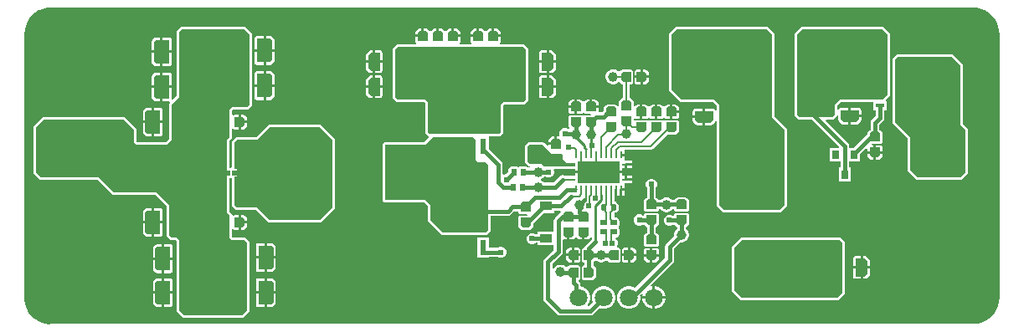
<source format=gbr>
%TF.GenerationSoftware,Altium Limited,Altium Designer,23.0.1 (38)*%
G04 Layer_Physical_Order=1*
G04 Layer_Color=255*
%FSLAX45Y45*%
%MOMM*%
%TF.SameCoordinates,3EE063B3-4F93-4FDD-BE50-ED7C6B7A8C7B*%
%TF.FilePolarity,Positive*%
%TF.FileFunction,Copper,L1,Top,Signal*%
%TF.Part,Single*%
G01*
G75*
%TA.AperFunction,SMDPad,CuDef*%
%AMCUSTOMSHAPE10*
4,1,6,-0.47500,-0.35060,-0.47500,0.35060,-0.32560,0.50000,0.47500,0.50000,0.47500,-0.50000,-0.32560,-0.50000,-0.47500,-0.35060,0.0*%
%ADD10CUSTOMSHAPE10*%

%AMCUSTOMSHAPE11*
4,1,6,-0.47500,-0.50000,-0.47500,0.50000,0.32560,0.50000,0.47500,0.35060,0.47500,-0.35060,0.32560,-0.50000,-0.47500,-0.50000,0.0*%
%ADD11CUSTOMSHAPE11*%

%AMCUSTOMSHAPE12*
4,1,6,-0.31000,0.19950,-0.22450,0.28500,0.22450,0.28500,0.31000,0.19950,0.31000,-0.28500,-0.31000,-0.28500,-0.31000,0.19950,0.0*%
%ADD12CUSTOMSHAPE12*%

%AMCUSTOMSHAPE13*
4,1,6,-0.31000,0.28500,-0.31000,-0.19950,-0.22450,-0.28500,0.22450,-0.28500,0.31000,-0.19950,0.31000,0.28500,-0.31000,0.28500,0.0*%
%ADD13CUSTOMSHAPE13*%

%AMCUSTOMSHAPE14*
4,1,6,0.90000,-0.57500,-0.90000,-0.57500,-0.90000,0.31700,-0.64200,0.57500,0.64201,0.57500,0.90000,0.31700,0.90000,-0.57500,0.0*%
%ADD14CUSTOMSHAPE14*%

%AMCUSTOMSHAPE15*
4,1,6,0.64200,-0.57501,-0.64200,-0.57500,-0.90000,-0.31700,-0.90000,0.57500,0.90000,0.57500,0.90000,-0.31700,0.64200,-0.57501,0.0*%
%ADD15CUSTOMSHAPE15*%

G04:AMPARAMS|DCode=16|XSize=0.41mm|YSize=0.82mm|CornerRadius=0mm|HoleSize=0mm|Usage=FLASHONLY|Rotation=270.000|XOffset=0mm|YOffset=0mm|HoleType=Round|Shape=RoundedRectangle|*
%AMROUNDEDRECTD16*
21,1,0.41000,0.82000,0,0,270.0*
21,1,0.41000,0.82000,0,0,270.0*
1,1,0.00000,-0.41000,-0.20500*
1,1,0.00000,-0.41000,0.20500*
1,1,0.00000,0.41000,0.20500*
1,1,0.00000,0.41000,-0.20500*
%
%ADD16ROUNDEDRECTD16*%
G04:AMPARAMS|DCode=17|XSize=0.595mm|YSize=0.61mm|CornerRadius=0mm|HoleSize=0mm|Usage=FLASHONLY|Rotation=270.000|XOffset=0mm|YOffset=0mm|HoleType=Round|Shape=RoundedRectangle|*
%AMROUNDEDRECTD17*
21,1,0.59500,0.61000,0,0,270.0*
21,1,0.59500,0.61000,0,0,270.0*
1,1,0.00000,-0.30500,-0.29750*
1,1,0.00000,-0.30500,0.29750*
1,1,0.00000,0.30500,0.29750*
1,1,0.00000,0.30500,-0.29750*
%
%ADD17ROUNDEDRECTD17*%
G04:AMPARAMS|DCode=18|XSize=4.061mm|YSize=3.63mm|CornerRadius=0mm|HoleSize=0mm|Usage=FLASHONLY|Rotation=270.000|XOffset=0mm|YOffset=0mm|HoleType=Round|Shape=RoundedRectangle|*
%AMROUNDEDRECTD18*
21,1,4.06100,3.63000,0,0,270.0*
21,1,4.06100,3.63000,0,0,270.0*
1,1,0.00000,-1.81500,-2.03050*
1,1,0.00000,-1.81500,2.03050*
1,1,0.00000,1.81500,2.03050*
1,1,0.00000,1.81500,-2.03050*
%
%ADD18ROUNDEDRECTD18*%
G04:AMPARAMS|DCode=19|XSize=5mm|YSize=0.51mm|CornerRadius=0.0255mm|HoleSize=0mm|Usage=FLASHONLY|Rotation=270.000|XOffset=0mm|YOffset=0mm|HoleType=Round|Shape=RoundedRectangle|*
%AMROUNDEDRECTD19*
21,1,5.00000,0.45900,0,0,270.0*
21,1,4.94900,0.51000,0,0,270.0*
1,1,0.05100,-0.22950,-2.47450*
1,1,0.05100,-0.22950,2.47450*
1,1,0.05100,0.22950,2.47450*
1,1,0.05100,0.22950,-2.47450*
%
%ADD19ROUNDEDRECTD19*%
%AMCUSTOMSHAPE20*
4,1,6,0.50000,-0.47500,-0.50000,-0.47500,-0.50000,0.32560,-0.35060,0.47500,0.35060,0.47500,0.50000,0.32560,0.50000,-0.47500,0.0*%
%ADD20CUSTOMSHAPE20*%

%AMCUSTOMSHAPE21*
4,1,6,0.35060,-0.47500,-0.35060,-0.47500,-0.50000,-0.32560,-0.50000,0.47500,0.50000,0.47500,0.50000,-0.32560,0.35060,-0.47500,0.0*%
%ADD21CUSTOMSHAPE21*%

%AMCUSTOMSHAPE22*
4,1,6,0.57500,0.90000,-0.34500,0.90000,-0.57500,0.67000,-0.57500,-0.67000,-0.34500,-0.90000,0.57500,-0.90000,0.57500,0.90000,0.0*%
%ADD22CUSTOMSHAPE22*%

%AMCUSTOMSHAPE23*
4,1,6,0.34500,0.90000,0.57500,0.67000,0.57500,-0.67000,0.34500,-0.90000,-0.57500,-0.90000,-0.57500,0.90000,0.34500,0.90000,0.0*%
%ADD23CUSTOMSHAPE23*%

%AMCUSTOMSHAPE24*
4,1,6,-0.50000,0.47500,0.50000,0.47500,0.50000,-0.32560,0.35060,-0.47500,-0.35060,-0.47500,-0.50000,-0.32560,-0.50000,0.47500,0.0*%
%ADD24CUSTOMSHAPE24*%

%AMCUSTOMSHAPE25*
4,1,6,-0.35060,0.47500,0.35060,0.47500,0.50000,0.32560,0.50000,-0.47500,-0.50000,-0.47500,-0.50000,0.32560,-0.35060,0.47500,0.0*%
%ADD25CUSTOMSHAPE25*%

%ADD26R,4.19100X2.20980*%
%ADD27R,0.71120X0.25400*%
%ADD28R,0.25400X0.71120*%
%ADD29R,2.50000X5.40000*%
%ADD30C,1.00000*%
%AMCUSTOMSHAPE31*
4,1,6,0.28500,0.31000,-0.14250,0.31000,-0.28500,0.16750,-0.28500,-0.16750,-0.14250,-0.31000,0.28500,-0.31000,0.28500,0.31000,0.0*%
%ADD31CUSTOMSHAPE31*%

%AMCUSTOMSHAPE32*
4,1,6,0.14250,0.31000,0.28500,0.16750,0.28500,-0.16750,0.14250,-0.31000,-0.28500,-0.31000,-0.28500,0.31000,0.14250,0.31000,0.0*%
%ADD32CUSTOMSHAPE32*%

%AMCUSTOMSHAPE33*
4,1,6,0.47500,0.35060,0.47500,-0.35060,0.32560,-0.50000,-0.47500,-0.50000,-0.47500,0.50000,0.32560,0.50000,0.47500,0.35060,0.0*%
%ADD33CUSTOMSHAPE33*%

%AMCUSTOMSHAPE34*
4,1,6,0.47500,0.50000,0.47500,-0.50000,-0.32560,-0.50000,-0.47500,-0.35060,-0.47500,0.35060,-0.32560,0.50000,0.47500,0.50000,0.0*%
%ADD34CUSTOMSHAPE34*%

%ADD35R,1.22000X0.91000*%
%AMCUSTOMSHAPE36*
4,1,6,0.28500,0.31000,-0.19950,0.31000,-0.28500,0.22450,-0.28500,-0.22450,-0.19950,-0.31000,0.28500,-0.31000,0.28500,0.31000,0.0*%
%ADD36CUSTOMSHAPE36*%

%AMCUSTOMSHAPE37*
4,1,6,0.19950,0.31000,0.28500,0.22450,0.28500,-0.22450,0.19950,-0.31000,-0.28500,-0.31000,-0.28500,0.31000,0.19950,0.31000,0.0*%
%ADD37CUSTOMSHAPE37*%

%AMCUSTOMSHAPE38*
4,1,6,-0.57501,-0.64200,-0.57500,0.64200,-0.31700,0.90000,0.57500,0.90000,0.57500,-0.90000,-0.31700,-0.90000,-0.57501,-0.64200,0.0*%
%ADD38CUSTOMSHAPE38*%

%AMCUSTOMSHAPE39*
4,1,6,-0.57500,-0.90000,-0.57500,0.90000,0.31700,0.90000,0.57500,0.64200,0.57500,-0.64201,0.31700,-0.90000,-0.57500,-0.90000,0.0*%
%ADD39CUSTOMSHAPE39*%

%AMCUSTOMSHAPE40*
4,1,6,0.57501,0.64200,0.57500,-0.64200,0.31700,-0.90000,-0.57500,-0.90000,-0.57500,0.90000,0.31700,0.90000,0.57501,0.64200,0.0*%
%ADD40CUSTOMSHAPE40*%

%AMCUSTOMSHAPE41*
4,1,6,0.57500,0.90000,0.57500,-0.90000,-0.31700,-0.90000,-0.57500,-0.64200,-0.57500,0.64201,-0.31700,0.90000,0.57500,0.90000,0.0*%
%ADD41CUSTOMSHAPE41*%

%ADD42R,3.50000X5.40000*%
%AMCUSTOMSHAPE43*
4,1,6,0.75000,1.01250,0.56250,1.20000,-0.75000,1.20000,-0.75000,-1.20000,0.56250,-1.20000,0.75000,-1.01250,0.75000,1.01250,0.0*%
%ADD43CUSTOMSHAPE43*%

%AMCUSTOMSHAPE44*
4,1,6,0.75000,1.20000,-0.56250,1.20000,-0.75000,1.01250,-0.75000,-1.01250,-0.56250,-1.20000,0.75000,-1.20000,0.75000,1.20000,0.0*%
%ADD44CUSTOMSHAPE44*%

%AMCUSTOMSHAPE45*
4,1,6,0.58750,-2.15000,1.17500,-1.56250,1.17500,2.15000,-1.17500,2.15000,-1.17500,-1.56250,-0.58750,-2.15000,0.58750,-2.15000,0.0*%
%ADD45CUSTOMSHAPE45*%

%AMCUSTOMSHAPE46*
4,1,6,1.17500,-2.15000,1.17500,1.56250,0.58750,2.15000,-0.58750,2.15000,-1.17500,1.56250,-1.17500,-2.15000,1.17500,-2.15000,0.0*%
%ADD46CUSTOMSHAPE46*%

%ADD47R,0.70000X0.90000*%
%ADD48R,1.25000X5.65000*%
%ADD49R,4.41000X3.54500*%
%ADD50R,2.80500X0.56500*%
%ADD51R,0.60000X1.50000*%
%ADD52R,0.60000X1.40000*%
%AMCUSTOMSHAPE53*
4,1,6,-0.75000,-1.01250,-0.56250,-1.20000,0.75000,-1.20000,0.75000,1.20000,-0.56250,1.20000,-0.75000,1.01250,-0.75000,-1.01250,0.0*%
%ADD53CUSTOMSHAPE53*%

%AMCUSTOMSHAPE54*
4,1,6,-0.75000,-1.20000,0.56250,-1.20000,0.75000,-1.01250,0.75000,1.01250,0.56250,1.20000,-0.75000,1.20000,-0.75000,-1.20000,0.0*%
%ADD54CUSTOMSHAPE54*%

%TA.AperFunction,Conductor*%
%ADD55C,0.20320*%
%ADD56C,0.38100*%
%ADD57C,0.25400*%
%TA.AperFunction,ComponentPad*%
G04:AMPARAMS|DCode=58|XSize=2.5mm|YSize=2.5mm|CornerRadius=0.625mm|HoleSize=0mm|Usage=FLASHONLY|Rotation=270.000|XOffset=0mm|YOffset=0mm|HoleType=Round|Shape=RoundedRectangle|*
%AMROUNDEDRECTD58*
21,1,2.50000,1.25000,0,0,270.0*
21,1,1.25000,2.50000,0,0,270.0*
1,1,1.25000,-0.62500,-0.62500*
1,1,1.25000,-0.62500,0.62500*
1,1,1.25000,0.62500,0.62500*
1,1,1.25000,0.62500,-0.62500*
%
%ADD58ROUNDEDRECTD58*%
%ADD59C,1.80000*%
%ADD60C,5.00000*%
%TA.AperFunction,ViaPad*%
%ADD61C,0.60960*%
%ADD62C,0.40000*%
G36*
X9362797Y2932577D02*
X9403811Y2922730D01*
X9442779Y2906589D01*
X9478743Y2884550D01*
X9510816Y2857157D01*
X9538210Y2825084D01*
X9560248Y2789120D01*
X9576390Y2750151D01*
X9586236Y2709137D01*
X9589473Y2668007D01*
X9589290Y2667088D01*
Y88D01*
X9589473Y-832D01*
X9586236Y-41962D01*
X9576390Y-82976D01*
X9560248Y-121944D01*
X9538210Y-157908D01*
X9510816Y-189982D01*
X9478743Y-217375D01*
X9442779Y-239414D01*
X9403811Y-255555D01*
X9362797Y-265402D01*
X9321667Y-268639D01*
X9320747Y-268456D01*
X-10434Y-268457D01*
X-12680Y-268903D01*
X-60727Y-264171D01*
X-109088Y-249501D01*
X-153658Y-225678D01*
X-192724Y-193618D01*
X-224784Y-154552D01*
X-248607Y-109982D01*
X-263277Y-61621D01*
X-267003Y-23796D01*
X-267562Y-11328D01*
X-267572Y1371D01*
X-269596Y2667115D01*
X-269778Y2668024D01*
X-266542Y2709137D01*
X-256695Y2750151D01*
X-240554Y2789120D01*
X-218515Y2825084D01*
X-191122Y2857157D01*
X-159049Y2884550D01*
X-123085Y2906589D01*
X-84116Y2922730D01*
X-43102Y2932577D01*
X-1972Y2935814D01*
X-1053Y2935631D01*
X9320747D01*
X9321667Y2935814D01*
X9362797Y2932577D01*
D02*
G37*
%LPC*%
G36*
X4457700Y2722598D02*
X4435340D01*
X4425430Y2720627D01*
X4417028Y2715013D01*
X4402087Y2700072D01*
X4401837Y2699698D01*
X4386563D01*
X4386313Y2700072D01*
X4371372Y2715013D01*
X4362970Y2720627D01*
X4353060Y2722598D01*
X4330700D01*
Y2649199D01*
X4318000D01*
Y2636499D01*
X4242102D01*
Y2601700D01*
X4244074Y2591790D01*
X4249687Y2583388D01*
X4249784Y2568049D01*
X4248194Y2565898D01*
X4133806D01*
X4132216Y2568049D01*
X4132313Y2583388D01*
X4137926Y2591790D01*
X4139898Y2601700D01*
Y2636500D01*
X4064000D01*
Y2649200D01*
X4051300D01*
Y2722598D01*
X4028940D01*
X4019030Y2720627D01*
X4010628Y2715013D01*
X3995687Y2700072D01*
X3995437Y2699698D01*
X3980163D01*
X3979913Y2700072D01*
X3964972Y2715013D01*
X3956570Y2720627D01*
X3946660Y2722598D01*
X3924300D01*
Y2649199D01*
X3898900D01*
Y2722598D01*
X3876540D01*
X3866630Y2720627D01*
X3858228Y2715013D01*
X3843288Y2700073D01*
X3843037Y2699698D01*
X3835573Y2698318D01*
X3827763Y2699698D01*
X3827513Y2700072D01*
X3812572Y2715013D01*
X3804170Y2720627D01*
X3794260Y2722598D01*
X3771900D01*
Y2649199D01*
X3759200D01*
Y2636499D01*
X3683302D01*
Y2601700D01*
X3685274Y2591790D01*
X3690887Y2583388D01*
X3690984Y2568049D01*
X3689394Y2565898D01*
X3505200D01*
X3495289Y2563926D01*
X3486888Y2558312D01*
X3461488Y2532912D01*
X3455874Y2524511D01*
X3453902Y2514600D01*
Y2032000D01*
X3455874Y2022089D01*
X3461488Y2013688D01*
X3486888Y1988288D01*
X3495289Y1982674D01*
X3505200Y1980702D01*
X3773873D01*
X3784102Y1970473D01*
Y1676400D01*
X3786074Y1666489D01*
X3791688Y1658088D01*
X3809468Y1640308D01*
X3816334Y1635720D01*
X3818469Y1630776D01*
X3819913Y1621338D01*
X3773873Y1575298D01*
X3378200D01*
X3368289Y1573326D01*
X3359888Y1567712D01*
X3354274Y1559311D01*
X3352302Y1549400D01*
Y990600D01*
X3354274Y980689D01*
X3359888Y972288D01*
X3368289Y966674D01*
X3378200Y964702D01*
X3773873D01*
X3809502Y929073D01*
Y787400D01*
X3811474Y777489D01*
X3817088Y769088D01*
X3944088Y642088D01*
X3952489Y636474D01*
X3962400Y634502D01*
X4394200D01*
X4404111Y636474D01*
X4412512Y642088D01*
X4437912Y667488D01*
X4443526Y675889D01*
X4445498Y685800D01*
Y827529D01*
X4619350D01*
X4636694Y830979D01*
X4651397Y840803D01*
X4683472Y872879D01*
X4724702D01*
Y870700D01*
X4726674Y860789D01*
X4732287Y852388D01*
X4740689Y846774D01*
X4750600Y844802D01*
X4812188D01*
X4818976Y832102D01*
X4818639Y831598D01*
X4750600D01*
X4740689Y829626D01*
X4732287Y824012D01*
X4726674Y815611D01*
X4724702Y805700D01*
Y725640D01*
X4726674Y715730D01*
X4732287Y707328D01*
X4747228Y692387D01*
X4755630Y686774D01*
X4765540Y684802D01*
X4835660D01*
X4845570Y686774D01*
X4853972Y692387D01*
X4868912Y707328D01*
X4874526Y715729D01*
X4876498Y725640D01*
Y749605D01*
X4981493Y854600D01*
X5090200D01*
Y880179D01*
X5149390D01*
X5158272Y868803D01*
X5156617Y862271D01*
X5141914Y852447D01*
X5141913Y852446D01*
X5096032Y806566D01*
X5086208Y791863D01*
X5082758Y774519D01*
Y669400D01*
X4917400D01*
Y643821D01*
X4896206D01*
X4895753Y644273D01*
X4875215Y652780D01*
X4852985D01*
X4832447Y644273D01*
X4816727Y628553D01*
X4808220Y608015D01*
Y585785D01*
X4816727Y565247D01*
X4832447Y549527D01*
X4852985Y541020D01*
X4875215D01*
X4895753Y549527D01*
X4899405Y553179D01*
X4917400D01*
Y527600D01*
X5082758D01*
Y483411D01*
X4992073Y392727D01*
X4982249Y378024D01*
X4978799Y360680D01*
Y-13242D01*
X4982249Y-30585D01*
X4992073Y-45288D01*
X5113281Y-166496D01*
X5113282Y-166497D01*
X5127985Y-176321D01*
X5145329Y-179771D01*
X5453550D01*
X5470894Y-176321D01*
X5485597Y-166497D01*
X5544325Y-107768D01*
X5572807Y-115400D01*
X5603193D01*
X5632543Y-107535D01*
X5658857Y-92343D01*
X5680343Y-70857D01*
X5695535Y-44543D01*
X5703400Y-15193D01*
Y15193D01*
X5695535Y44543D01*
X5680343Y70857D01*
X5658857Y92343D01*
X5632543Y107535D01*
X5603193Y115400D01*
X5572807D01*
X5543457Y107535D01*
X5517143Y92343D01*
X5495657Y70857D01*
X5480465Y44543D01*
X5472600Y15193D01*
Y-15193D01*
X5480232Y-43675D01*
X5436397Y-87509D01*
X5428303Y-86576D01*
X5423404Y-73796D01*
X5426343Y-70857D01*
X5441535Y-44543D01*
X5449400Y-15193D01*
Y15193D01*
X5441535Y44543D01*
X5426343Y70857D01*
X5404857Y92343D01*
X5378543Y107535D01*
X5352169Y114602D01*
Y123671D01*
X5348720Y141015D01*
X5338895Y155718D01*
X5338895Y155719D01*
X5328865Y165748D01*
X5332752Y179266D01*
X5336811Y180074D01*
X5345212Y185687D01*
X5350826Y194089D01*
X5352798Y204000D01*
Y304000D01*
X5350826Y313911D01*
X5345212Y322313D01*
X5336811Y327926D01*
X5326900Y329898D01*
X5246840D01*
X5236930Y327926D01*
X5228528Y322313D01*
X5217361Y311146D01*
X5213539Y307386D01*
X5200743Y311009D01*
X5194877Y316875D01*
X5177683Y326802D01*
X5158507Y331940D01*
X5138653D01*
X5119477Y326802D01*
X5102283Y316875D01*
X5088245Y302837D01*
X5082141Y292264D01*
X5069441Y295667D01*
Y341907D01*
X5160125Y432592D01*
X5160126Y432592D01*
X5169950Y447295D01*
X5173400Y464639D01*
Y583074D01*
X5186100Y589862D01*
X5187430Y588973D01*
X5197340Y587002D01*
X5219700D01*
Y660400D01*
X5245100D01*
Y587002D01*
X5267460D01*
X5277370Y588973D01*
X5285772Y594587D01*
X5300713Y609528D01*
X5300963Y609902D01*
X5316237D01*
X5316487Y609528D01*
X5331428Y594588D01*
X5339830Y588974D01*
X5349740Y587002D01*
X5372100D01*
Y660400D01*
X5397500D01*
Y587002D01*
X5419860D01*
X5429770Y588974D01*
X5438172Y594587D01*
X5453112Y609528D01*
X5455173Y612612D01*
X5467873Y608760D01*
Y591667D01*
X5407353Y531147D01*
X5397529Y516444D01*
X5395790Y507698D01*
X5391900D01*
X5381989Y505726D01*
X5373588Y500113D01*
X5367974Y491711D01*
X5366002Y481800D01*
Y381800D01*
X5367974Y371889D01*
X5373588Y363487D01*
X5381989Y357874D01*
X5391900Y355902D01*
X5394079D01*
Y329898D01*
X5391900D01*
X5381989Y327926D01*
X5373588Y322313D01*
X5367974Y313911D01*
X5366002Y304000D01*
Y204000D01*
X5367974Y194089D01*
X5373588Y185687D01*
X5381989Y180074D01*
X5391900Y178102D01*
X5471960D01*
X5481870Y180074D01*
X5490272Y185687D01*
X5505213Y200628D01*
X5510826Y209030D01*
X5512798Y218940D01*
Y289060D01*
X5510826Y298970D01*
X5505213Y307372D01*
X5490272Y322312D01*
X5484721Y326022D01*
Y359778D01*
X5490272Y363487D01*
X5498998Y372213D01*
X5515402Y372366D01*
X5516303Y371465D01*
X5533497Y361538D01*
X5552673Y356400D01*
X5572527D01*
X5591703Y361538D01*
X5608897Y371465D01*
X5609798Y372366D01*
X5626904Y371512D01*
X5634928Y363488D01*
X5643329Y357874D01*
X5653240Y355902D01*
X5733300D01*
X5743211Y357874D01*
X5751612Y363487D01*
X5757226Y371889D01*
X5759198Y381800D01*
Y481800D01*
X5757226Y491711D01*
X5751612Y500113D01*
X5743211Y505726D01*
X5733300Y507698D01*
X5727768D01*
X5722907Y519431D01*
X5723003Y519527D01*
X5731510Y540065D01*
Y562295D01*
X5723003Y582833D01*
X5709734Y596102D01*
X5711462Y605579D01*
X5711724Y606227D01*
X5713366Y609064D01*
X5721961Y610774D01*
X5730362Y616388D01*
X5738912Y624938D01*
X5744526Y633339D01*
X5746498Y643250D01*
Y691700D01*
X5744526Y701611D01*
X5739531Y711200D01*
X5744526Y720790D01*
X5746498Y730700D01*
Y779150D01*
X5744526Y789061D01*
X5738912Y797462D01*
X5730362Y806012D01*
X5721961Y811626D01*
X5712050Y813598D01*
X5695149D01*
Y848354D01*
X5696056Y849262D01*
X5696057Y849262D01*
X5701642Y857620D01*
X5710961Y859474D01*
X5719362Y865088D01*
X5733612Y879338D01*
X5739226Y887739D01*
X5741198Y897650D01*
Y931150D01*
X5739226Y941061D01*
X5733612Y949462D01*
X5719362Y963712D01*
X5710961Y969326D01*
X5701050Y971298D01*
X5698488D01*
Y1033780D01*
X5700338D01*
Y1094740D01*
X5724945D01*
Y1033780D01*
X5749556D01*
Y1094740D01*
X5762256D01*
Y1107440D01*
X5800357D01*
Y1155700D01*
X5812560Y1156900D01*
X5872480D01*
Y1182300D01*
X5811520D01*
Y1195000D01*
X5798820D01*
Y1233100D01*
X5772150D01*
Y1257300D01*
X5537200D01*
X5302250D01*
Y1233100D01*
X5201920D01*
Y1233100D01*
X5192523Y1236871D01*
X5175180Y1240321D01*
X5157836Y1236871D01*
X5143133Y1227047D01*
X5079007Y1162921D01*
X4985698D01*
X4985135Y1163897D01*
X4971096Y1177935D01*
X4956295Y1186481D01*
X4955886Y1195047D01*
X4957272Y1200066D01*
X4973897Y1209665D01*
X4987935Y1223703D01*
X4997547Y1222627D01*
X5018085Y1214120D01*
X5040315D01*
X5060853Y1222627D01*
X5076573Y1238347D01*
X5085080Y1258885D01*
Y1281115D01*
X5080421Y1292362D01*
X5088907Y1305062D01*
X5300980D01*
X5302250Y1304020D01*
Y1282700D01*
X5537200D01*
X5772150D01*
Y1306900D01*
X5798820D01*
Y1345000D01*
X5811520D01*
Y1357700D01*
X5872480D01*
Y1383100D01*
X5812560D01*
X5800357Y1384300D01*
Y1432560D01*
X5762256D01*
Y1457960D01*
X5800357D01*
Y1492823D01*
X6059928D01*
X6059929Y1492823D01*
X6073804Y1495583D01*
X6085567Y1503443D01*
X6233223Y1651100D01*
X6238740Y1650002D01*
X6308860D01*
X6318770Y1651974D01*
X6327172Y1657587D01*
X6342112Y1672528D01*
X6347726Y1680929D01*
X6349698Y1690840D01*
Y1770900D01*
X6347726Y1780811D01*
X6342113Y1789212D01*
X6333711Y1794826D01*
X6323800Y1796798D01*
X6223800D01*
X6213889Y1794826D01*
X6205487Y1789212D01*
X6205237Y1788838D01*
X6189963D01*
X6189713Y1789212D01*
X6181311Y1794826D01*
X6171400Y1796798D01*
X6071400D01*
X6061489Y1794826D01*
X6053087Y1789212D01*
X6052837Y1788838D01*
X6037563D01*
X6037313Y1789212D01*
X6028911Y1794826D01*
X6019000Y1796798D01*
X5919000D01*
X5909089Y1794826D01*
X5905449Y1792394D01*
X5894685Y1797611D01*
Y1809189D01*
X5905449Y1814406D01*
X5909089Y1811974D01*
X5919000Y1810002D01*
X5956300D01*
Y1883400D01*
Y1956798D01*
X5933940D01*
X5924030Y1954827D01*
X5915628Y1949213D01*
X5905198Y1938783D01*
X5892498Y1944043D01*
Y1979460D01*
X5890526Y1989370D01*
X5884913Y1997772D01*
X5869972Y2012713D01*
X5861570Y2018327D01*
X5852857Y2020060D01*
Y2159302D01*
X5860300D01*
X5870211Y2161274D01*
X5878612Y2166887D01*
X5884226Y2175289D01*
X5886198Y2185200D01*
Y2285200D01*
X5884226Y2295111D01*
X5878612Y2303513D01*
X5870211Y2309126D01*
X5860300Y2311098D01*
X5780240D01*
X5770330Y2309126D01*
X5761928Y2303513D01*
X5746987Y2288572D01*
X5736293Y2287519D01*
X5728277Y2295535D01*
X5711083Y2305462D01*
X5691907Y2310600D01*
X5672053D01*
X5652877Y2305462D01*
X5635683Y2295535D01*
X5621645Y2281497D01*
X5611718Y2264303D01*
X5606580Y2245127D01*
Y2225273D01*
X5611718Y2206097D01*
X5621645Y2188903D01*
X5635683Y2174865D01*
X5652877Y2164938D01*
X5672053Y2159800D01*
X5691907D01*
X5711083Y2164938D01*
X5728277Y2174865D01*
X5733969Y2180557D01*
X5736686Y2180822D01*
X5750094Y2178722D01*
X5761928Y2166888D01*
X5770329Y2161274D01*
X5780240Y2159302D01*
X5780343Y2147319D01*
Y2020060D01*
X5771630Y2018327D01*
X5763228Y2012713D01*
X5748287Y1997772D01*
X5742673Y1989370D01*
X5740702Y1979460D01*
Y1944043D01*
X5728002Y1938783D01*
X5717572Y1949213D01*
X5709170Y1954827D01*
X5699260Y1956798D01*
X5629140D01*
X5619230Y1954827D01*
X5610828Y1949213D01*
X5595887Y1934272D01*
X5590273Y1925870D01*
X5588302Y1915960D01*
Y1893195D01*
X5569227Y1874121D01*
X5547255D01*
X5536898Y1886700D01*
Y1921500D01*
X5461000D01*
Y1934200D01*
X5448300D01*
Y2007598D01*
X5425940D01*
X5416030Y2005627D01*
X5407628Y2000013D01*
X5392687Y1985072D01*
X5392437Y1984698D01*
X5377163D01*
X5376913Y1985072D01*
X5361972Y2000013D01*
X5353570Y2005627D01*
X5343660Y2007598D01*
X5321300D01*
Y1934200D01*
Y1860802D01*
X5358600D01*
X5368511Y1862774D01*
X5376913Y1868388D01*
X5377163Y1868762D01*
X5392437D01*
X5392687Y1868388D01*
X5401089Y1862774D01*
X5411000Y1860802D01*
X5452188D01*
X5458976Y1848102D01*
X5458639Y1847598D01*
X5411000D01*
X5401089Y1845626D01*
X5392687Y1840012D01*
X5392437Y1839638D01*
X5377163D01*
X5376913Y1840012D01*
X5368511Y1845626D01*
X5358600Y1847598D01*
X5258600D01*
X5248689Y1845626D01*
X5240287Y1840012D01*
X5234674Y1831611D01*
X5232702Y1821700D01*
Y1741640D01*
X5234674Y1731730D01*
X5240287Y1723328D01*
X5244028Y1719587D01*
X5239440Y1706214D01*
X5231814Y1705212D01*
X5228493Y1708533D01*
X5207955Y1717040D01*
X5185725D01*
X5165187Y1708533D01*
X5149467Y1692813D01*
X5140960Y1672275D01*
Y1650045D01*
X5144028Y1642637D01*
X5143205Y1639812D01*
X5135351Y1630398D01*
X5118100D01*
Y1557000D01*
X5105400D01*
Y1544300D01*
X5029502D01*
Y1543896D01*
X5017769Y1539036D01*
X4989092Y1567712D01*
X4980691Y1573326D01*
X4970780Y1575298D01*
X4836160D01*
X4826249Y1573326D01*
X4817847Y1567712D01*
X4801701Y1551566D01*
X4801700Y1551565D01*
X4796086Y1543163D01*
X4794115Y1533253D01*
Y1377587D01*
X4796086Y1367676D01*
X4801700Y1359275D01*
X4801701Y1359274D01*
X4825468Y1335508D01*
X4833869Y1329894D01*
X4843780Y1327922D01*
X4843543Y1315321D01*
X4817454D01*
X4813463Y1319312D01*
X4805061Y1324926D01*
X4795150Y1326898D01*
X4746700D01*
X4736789Y1324926D01*
X4727200Y1319931D01*
X4717611Y1324926D01*
X4707700Y1326898D01*
X4659250D01*
X4649339Y1324926D01*
X4640938Y1319312D01*
X4632388Y1310762D01*
X4626774Y1302361D01*
X4624803Y1292450D01*
Y1279696D01*
X4594787Y1249680D01*
X4591885D01*
X4579221Y1244434D01*
X4566521Y1252920D01*
Y1346199D01*
X4566521Y1346200D01*
X4563071Y1363544D01*
X4553247Y1378247D01*
X4553246Y1378247D01*
X4424200Y1507293D01*
Y1632722D01*
X4528820D01*
X4538731Y1634694D01*
X4547132Y1640308D01*
X4564912Y1658088D01*
X4570526Y1666489D01*
X4572498Y1676400D01*
X4572497Y1945073D01*
X4582727Y1955302D01*
X4775200Y1955302D01*
X4785111Y1957274D01*
X4793512Y1962888D01*
X4818912Y1988288D01*
X4824526Y1996689D01*
X4826498Y2006600D01*
Y2514600D01*
X4824526Y2524511D01*
X4818912Y2532912D01*
X4793512Y2558312D01*
X4785111Y2563926D01*
X4775200Y2565898D01*
X4540206D01*
X4538616Y2568049D01*
X4538713Y2583388D01*
X4544326Y2591790D01*
X4546298Y2601700D01*
Y2636500D01*
X4470400D01*
Y2649200D01*
X4457700D01*
Y2722598D01*
D02*
G37*
G36*
X4505460D02*
X4483100D01*
Y2661900D01*
X4546298D01*
Y2681760D01*
X4544326Y2691671D01*
X4538713Y2700072D01*
X4523772Y2715013D01*
X4515370Y2720627D01*
X4505460Y2722598D01*
D02*
G37*
G36*
X4099060D02*
X4076700D01*
Y2661900D01*
X4139898D01*
Y2681760D01*
X4137926Y2691671D01*
X4132313Y2700072D01*
X4117372Y2715013D01*
X4108970Y2720627D01*
X4099060Y2722598D01*
D02*
G37*
G36*
X3746500Y2722598D02*
X3724140D01*
X3714230Y2720627D01*
X3705828Y2715013D01*
X3690888Y2700073D01*
X3685274Y2691671D01*
X3683302Y2681760D01*
Y2661899D01*
X3746500D01*
Y2722598D01*
D02*
G37*
G36*
X4305300D02*
X4282940D01*
X4273030Y2720627D01*
X4264628Y2715013D01*
X4249688Y2700073D01*
X4244074Y2691671D01*
X4242102Y2681760D01*
Y2661899D01*
X4305300D01*
Y2722598D01*
D02*
G37*
G36*
X2215550Y2647798D02*
X2172000D01*
Y2514600D01*
X2260198D01*
Y2603150D01*
X2258226Y2613061D01*
X2252612Y2621462D01*
X2233862Y2640212D01*
X2225461Y2645826D01*
X2215550Y2647798D01*
D02*
G37*
G36*
X2146600D02*
X2084300D01*
X2074389Y2645826D01*
X2065987Y2640212D01*
X2060374Y2631811D01*
X2058402Y2621900D01*
Y2514600D01*
X2146600D01*
Y2647798D01*
D02*
G37*
G36*
X1192600Y2635098D02*
X1130300D01*
Y2501900D01*
X1218498D01*
Y2609200D01*
X1216526Y2619111D01*
X1210912Y2627512D01*
X1202511Y2633126D01*
X1192600Y2635098D01*
D02*
G37*
G36*
X1104900D02*
X1061350D01*
X1051439Y2633126D01*
X1043038Y2627512D01*
X1024288Y2608762D01*
X1018674Y2600361D01*
X1016702Y2590450D01*
Y2501900D01*
X1104900D01*
Y2635098D01*
D02*
G37*
G36*
X5053500Y2503498D02*
X5034499D01*
Y2400301D01*
X5105197D01*
X5105198Y2451800D01*
X5103226Y2461711D01*
X5097612Y2470112D01*
X5071812Y2495912D01*
X5063410Y2501526D01*
X5053500Y2503498D01*
D02*
G37*
G36*
X5009099D02*
X4964300D01*
X4954389Y2501526D01*
X4945988Y2495912D01*
X4940374Y2487511D01*
X4938402Y2477600D01*
Y2400301D01*
X5009099D01*
Y2503498D01*
D02*
G37*
G36*
X3323500D02*
X3278700D01*
Y2400300D01*
X3349398D01*
Y2477600D01*
X3347426Y2487511D01*
X3341812Y2495912D01*
X3333411Y2501526D01*
X3323500Y2503498D01*
D02*
G37*
G36*
X3253300D02*
X3234300D01*
X3224390Y2501526D01*
X3215988Y2495912D01*
X3190188Y2470113D01*
X3184574Y2461711D01*
X3182603Y2451801D01*
X3182603Y2400300D01*
X3253300D01*
Y2503498D01*
D02*
G37*
G36*
X2260198Y2489200D02*
X2172000D01*
Y2356002D01*
X2215550D01*
X2225461Y2357974D01*
X2233862Y2363588D01*
X2252612Y2382338D01*
X2258226Y2390739D01*
X2260198Y2400650D01*
Y2489200D01*
D02*
G37*
G36*
X2146600D02*
X2058402D01*
Y2381900D01*
X2060374Y2371989D01*
X2065987Y2363588D01*
X2074389Y2357974D01*
X2084300Y2356002D01*
X2146600D01*
Y2489200D01*
D02*
G37*
G36*
X1218498Y2476500D02*
X1130300D01*
Y2343302D01*
X1192600D01*
X1202511Y2345274D01*
X1210912Y2350888D01*
X1216526Y2359289D01*
X1218498Y2369200D01*
Y2476500D01*
D02*
G37*
G36*
X1104900D02*
X1016702D01*
Y2387950D01*
X1018674Y2378039D01*
X1024288Y2369638D01*
X1043038Y2350888D01*
X1051439Y2345274D01*
X1061350Y2343302D01*
X1104900D01*
Y2476500D01*
D02*
G37*
G36*
X5105197Y2374901D02*
X5034499D01*
Y2271702D01*
X5053500D01*
X5063410Y2273674D01*
X5071812Y2279288D01*
X5097612Y2305087D01*
X5103226Y2313489D01*
X5105197Y2323399D01*
X5105197Y2374901D01*
D02*
G37*
G36*
X5009099D02*
X4938402D01*
Y2297600D01*
X4940374Y2287689D01*
X4945988Y2279288D01*
X4954389Y2273674D01*
X4964300Y2271702D01*
X5009099D01*
Y2374901D01*
D02*
G37*
G36*
X3349398Y2374900D02*
X3278700D01*
Y2271702D01*
X3323500D01*
X3333411Y2273674D01*
X3341812Y2279288D01*
X3347426Y2287689D01*
X3349398Y2297600D01*
Y2374900D01*
D02*
G37*
G36*
X3253300D02*
X3182603D01*
X3182602Y2323400D01*
X3184574Y2313489D01*
X3190188Y2305088D01*
X3215988Y2279288D01*
X3224390Y2273674D01*
X3234300Y2271702D01*
X3253300D01*
Y2374900D01*
D02*
G37*
G36*
X6005360Y2311098D02*
X5985500D01*
Y2247900D01*
X6046198D01*
Y2270260D01*
X6044227Y2280170D01*
X6038613Y2288572D01*
X6023672Y2303513D01*
X6015270Y2309127D01*
X6005360Y2311098D01*
D02*
G37*
G36*
X5960100Y2311098D02*
X5925300D01*
X5915389Y2309126D01*
X5906988Y2303513D01*
X5901374Y2295111D01*
X5899402Y2285200D01*
Y2247900D01*
X5960100D01*
Y2311098D01*
D02*
G37*
G36*
X6046198Y2222500D02*
X5985500D01*
Y2159302D01*
X6005360D01*
X6015270Y2161274D01*
X6023672Y2166887D01*
X6038613Y2181828D01*
X6044227Y2190230D01*
X6046198Y2200140D01*
Y2222500D01*
D02*
G37*
G36*
X5960100D02*
X5899402D01*
Y2185200D01*
X5901374Y2175289D01*
X5906988Y2166887D01*
X5915389Y2161274D01*
X5925300Y2159302D01*
X5960100D01*
Y2222500D01*
D02*
G37*
G36*
X2215550Y2292198D02*
X2172000D01*
Y2159000D01*
X2260198D01*
Y2247550D01*
X2258226Y2257461D01*
X2252612Y2265862D01*
X2233862Y2284612D01*
X2225461Y2290226D01*
X2215550Y2292198D01*
D02*
G37*
G36*
X2146600D02*
X2084300D01*
X2074389Y2290226D01*
X2065987Y2284612D01*
X2060374Y2276211D01*
X2058402Y2266300D01*
Y2159000D01*
X2146600D01*
Y2292198D01*
D02*
G37*
G36*
X5053500Y2249498D02*
X5034499D01*
Y2146301D01*
X5105197D01*
X5105198Y2197800D01*
X5103226Y2207711D01*
X5097612Y2216112D01*
X5071812Y2241912D01*
X5063410Y2247526D01*
X5053500Y2249498D01*
D02*
G37*
G36*
X5009099D02*
X4964300D01*
X4954389Y2247526D01*
X4945988Y2241912D01*
X4940374Y2233511D01*
X4938402Y2223600D01*
Y2146301D01*
X5009099D01*
Y2249498D01*
D02*
G37*
G36*
X3323500D02*
X3278700D01*
Y2146300D01*
X3349398D01*
Y2223600D01*
X3347426Y2233511D01*
X3341812Y2241912D01*
X3333411Y2247526D01*
X3323500Y2249498D01*
D02*
G37*
G36*
X1192600Y2279498D02*
X1130300D01*
Y2146300D01*
X1218498D01*
Y2253600D01*
X1216526Y2263511D01*
X1210912Y2271912D01*
X1202511Y2277526D01*
X1192600Y2279498D01*
D02*
G37*
G36*
X1104900D02*
X1061350D01*
X1051439Y2277526D01*
X1043038Y2271912D01*
X1024288Y2253162D01*
X1018674Y2244761D01*
X1016702Y2234850D01*
Y2146300D01*
X1104900D01*
Y2279498D01*
D02*
G37*
G36*
X3253300Y2249498D02*
X3234300D01*
X3224390Y2247526D01*
X3215988Y2241912D01*
X3190188Y2216112D01*
X3184574Y2207711D01*
X3182602Y2197800D01*
X3182602Y2146300D01*
X3253300D01*
Y2249498D01*
D02*
G37*
G36*
X5105197Y2120901D02*
X5034499D01*
Y2017702D01*
X5053500D01*
X5063410Y2019674D01*
X5071812Y2025288D01*
X5097612Y2051087D01*
X5103226Y2059489D01*
X5105197Y2069399D01*
X5105197Y2120901D01*
D02*
G37*
G36*
X5009099D02*
X4938402D01*
Y2043600D01*
X4940374Y2033689D01*
X4945988Y2025288D01*
X4954389Y2019674D01*
X4964300Y2017702D01*
X5009099D01*
Y2120901D01*
D02*
G37*
G36*
X3349398Y2120900D02*
X3278700D01*
Y2017702D01*
X3323500Y2017702D01*
X3333411Y2019674D01*
X3341812Y2025288D01*
X3347426Y2033689D01*
X3349398Y2043600D01*
Y2120900D01*
D02*
G37*
G36*
X3253300D02*
X3182602D01*
X3182602Y2069400D01*
X3184573Y2059489D01*
X3190187Y2051087D01*
X3215988Y2025287D01*
X3224390Y2019673D01*
X3234300Y2017702D01*
X3253300D01*
Y2120900D01*
D02*
G37*
G36*
X1955800Y2743698D02*
X1320800D01*
X1310889Y2741726D01*
X1302488Y2736112D01*
X1277088Y2710712D01*
X1271474Y2702311D01*
X1269502Y2692400D01*
Y2042727D01*
X1229230Y2002454D01*
X1217525Y2008710D01*
X1218498Y2013600D01*
Y2120900D01*
X1130300D01*
Y1987702D01*
X1192600D01*
X1197490Y1988675D01*
X1203746Y1976970D01*
X1200888Y1974112D01*
X1195274Y1965711D01*
X1193302Y1955800D01*
Y1610927D01*
X1157673Y1575298D01*
X874327D01*
X864098Y1585527D01*
Y1701800D01*
X862126Y1711711D01*
X856512Y1720112D01*
X754912Y1821712D01*
X746511Y1827326D01*
X736600Y1829298D01*
X-76200D01*
X-86111Y1827326D01*
X-94512Y1821712D01*
X-170712Y1745512D01*
X-176326Y1737111D01*
X-178298Y1727200D01*
Y1270000D01*
X-176326Y1260089D01*
X-170712Y1251688D01*
X-119913Y1200888D01*
X-111511Y1195274D01*
X-101600Y1193302D01*
X471873D01*
X616688Y1048488D01*
X625089Y1042874D01*
X635000Y1040902D01*
X1056073D01*
X1167902Y929073D01*
Y635000D01*
X1169874Y625089D01*
X1175488Y616688D01*
X1200888Y591288D01*
X1209289Y585674D01*
X1219200Y583702D01*
X1259273D01*
X1269502Y573473D01*
Y-127000D01*
X1271474Y-136911D01*
X1277088Y-145312D01*
X1327888Y-196112D01*
X1336289Y-201726D01*
X1346200Y-203698D01*
X1930400D01*
X1940311Y-201726D01*
X1948712Y-196112D01*
X1999512Y-145312D01*
X2005126Y-136911D01*
X2007098Y-127000D01*
Y558800D01*
X2005126Y568711D01*
X1999512Y577112D01*
X1974112Y602512D01*
X1965711Y608126D01*
X1955800Y610098D01*
X1839527D01*
X1829298Y620327D01*
Y691317D01*
X1841998Y695169D01*
X1842988Y693687D01*
X1851389Y688074D01*
X1861300Y686102D01*
X1896100D01*
Y762000D01*
Y837898D01*
X1861300D01*
X1851389Y835926D01*
X1842988Y830313D01*
X1841998Y828831D01*
X1829298Y832683D01*
Y838200D01*
X1827326Y848111D01*
X1821712Y856512D01*
X1803898Y874327D01*
Y962100D01*
X1804200D01*
Y1210118D01*
X1816003Y1215007D01*
X1828302Y1209346D01*
Y939800D01*
X1830274Y929889D01*
X1835888Y921488D01*
X1861288Y896088D01*
X1869689Y890474D01*
X1879600Y888502D01*
X2072073D01*
X2191488Y769088D01*
X2199889Y763474D01*
X2209800Y761502D01*
X2717800D01*
X2727711Y763474D01*
X2736112Y769088D01*
X2863112Y896088D01*
X2868726Y904489D01*
X2870698Y914400D01*
Y1600200D01*
X2868726Y1610111D01*
X2863112Y1618512D01*
X2736112Y1745512D01*
X2727711Y1751126D01*
X2717800Y1753098D01*
X2209800D01*
X2199889Y1751126D01*
X2191488Y1745512D01*
X2072073Y1626098D01*
X1879600D01*
X1869689Y1624126D01*
X1861288Y1618512D01*
X1835888Y1593112D01*
X1830274Y1584711D01*
X1828302Y1574800D01*
Y1315414D01*
X1816003Y1309753D01*
X1804200Y1314642D01*
Y1577899D01*
X1804200Y1577900D01*
X1804200D01*
X1804783Y1590358D01*
X1821712Y1607288D01*
X1827326Y1615689D01*
X1829298Y1625600D01*
Y1707317D01*
X1841998Y1711169D01*
X1842988Y1709687D01*
X1851389Y1704074D01*
X1861300Y1702102D01*
X1896100D01*
Y1778000D01*
X1908800D01*
D01*
X1896100D01*
Y1853898D01*
X1861300D01*
X1851389Y1851926D01*
X1842988Y1846313D01*
X1841998Y1844831D01*
X1829298Y1848683D01*
Y1894273D01*
X1839527Y1904502D01*
X1981200D01*
X1991111Y1906474D01*
X1999512Y1912088D01*
X2024912Y1937488D01*
X2030526Y1945889D01*
X2032498Y1955800D01*
Y2667000D01*
X2030526Y2676911D01*
X2024912Y2685312D01*
X1974112Y2736112D01*
X1965711Y2741726D01*
X1955800Y2743698D01*
D02*
G37*
G36*
X2260198Y2133600D02*
X2172000D01*
Y2000402D01*
X2215550D01*
X2225461Y2002374D01*
X2233862Y2007988D01*
X2252612Y2026738D01*
X2258226Y2035139D01*
X2260198Y2045050D01*
Y2133600D01*
D02*
G37*
G36*
X2146600D02*
X2058402D01*
Y2026300D01*
X2060374Y2016389D01*
X2065987Y2007988D01*
X2074389Y2002374D01*
X2084300Y2000402D01*
X2146600D01*
Y2133600D01*
D02*
G37*
G36*
X1104900Y2120900D02*
X1016702D01*
Y2032350D01*
X1018674Y2022439D01*
X1024288Y2014038D01*
X1043038Y1995288D01*
X1051439Y1989674D01*
X1061350Y1987702D01*
X1104900D01*
Y2120900D01*
D02*
G37*
G36*
X5496060Y2007598D02*
X5473700D01*
Y1946900D01*
X5536898D01*
Y1966760D01*
X5534926Y1976670D01*
X5529313Y1985072D01*
X5514372Y2000013D01*
X5505970Y2005627D01*
X5496060Y2007598D01*
D02*
G37*
G36*
X5295900D02*
X5273540D01*
X5263630Y2005627D01*
X5255228Y2000013D01*
X5240287Y1985072D01*
X5234673Y1976670D01*
X5232702Y1966760D01*
Y1946900D01*
X5295900D01*
Y2007598D01*
D02*
G37*
G36*
X6261100Y1956798D02*
X6238740D01*
X6228830Y1954827D01*
X6220428Y1949213D01*
X6205487Y1934272D01*
X6205237Y1933898D01*
X6189963D01*
X6189713Y1934272D01*
X6174772Y1949213D01*
X6166370Y1954827D01*
X6156460Y1956798D01*
X6134100D01*
Y1883400D01*
Y1810002D01*
X6171400D01*
X6181311Y1811974D01*
X6189713Y1817588D01*
X6189963Y1817962D01*
X6205237D01*
X6205487Y1817588D01*
X6213889Y1811974D01*
X6223800Y1810002D01*
X6261100D01*
Y1883400D01*
Y1956798D01*
D02*
G37*
G36*
X6108700D02*
X6086340D01*
X6076430Y1954827D01*
X6068028Y1949213D01*
X6053087Y1934272D01*
X6052837Y1933898D01*
X6037563D01*
X6037313Y1934272D01*
X6022372Y1949213D01*
X6013970Y1954827D01*
X6004060Y1956798D01*
X5981700D01*
Y1883400D01*
Y1810002D01*
X6019000D01*
X6028911Y1811974D01*
X6037313Y1817588D01*
X6037563Y1817962D01*
X6052837D01*
X6053087Y1817588D01*
X6061489Y1811974D01*
X6071400Y1810002D01*
X6108700D01*
Y1883400D01*
Y1956798D01*
D02*
G37*
G36*
X7239000Y2743698D02*
X6324600D01*
X6314689Y2741726D01*
X6306288Y2736112D01*
X6255488Y2685312D01*
X6249874Y2676911D01*
X6247902Y2667000D01*
Y2108200D01*
X6249874Y2098289D01*
X6255488Y2089888D01*
X6357088Y1988288D01*
X6365489Y1982674D01*
X6375400Y1980702D01*
X6694873D01*
X6730502Y1945073D01*
Y1898085D01*
X6717926Y1896211D01*
X6712312Y1904612D01*
X6703911Y1910226D01*
X6694000Y1912198D01*
X6616700D01*
Y1828800D01*
Y1745402D01*
X6668200Y1745402D01*
X6678111Y1747373D01*
X6686513Y1752987D01*
X6712313Y1778788D01*
X6717927Y1787190D01*
X6730502Y1785313D01*
Y939800D01*
X6732474Y929889D01*
X6738088Y921488D01*
X6788887Y870688D01*
X6797289Y865074D01*
X6807200Y863102D01*
X7366000Y863102D01*
X7375911Y865073D01*
X7384312Y870687D01*
X7384313Y870688D01*
X7435112Y921488D01*
X7440726Y929889D01*
X7442698Y939800D01*
Y1701800D01*
X7440726Y1711711D01*
X7435112Y1720112D01*
X7315698Y1839527D01*
Y2667000D01*
X7313726Y2676910D01*
X7308112Y2685312D01*
X7257312Y2736112D01*
X7248910Y2741726D01*
X7239000Y2743698D01*
D02*
G37*
G36*
X6308860Y1956798D02*
X6286500D01*
Y1896100D01*
X6349698D01*
Y1915960D01*
X6347726Y1925870D01*
X6342113Y1934272D01*
X6327172Y1949213D01*
X6318770Y1954827D01*
X6308860Y1956798D01*
D02*
G37*
G36*
X5295900Y1921500D02*
X5232702D01*
Y1886700D01*
X5234674Y1876789D01*
X5240287Y1868388D01*
X5248689Y1862774D01*
X5258600Y1860802D01*
X5295900D01*
Y1921500D01*
D02*
G37*
G36*
X6591300Y1912198D02*
X6514000D01*
X6504089Y1910226D01*
X6495688Y1904612D01*
X6490074Y1896211D01*
X6488102Y1886300D01*
Y1841500D01*
X6591300D01*
Y1912198D01*
D02*
G37*
G36*
X6349698Y1870700D02*
X6286500D01*
Y1810002D01*
X6323800D01*
X6333711Y1811974D01*
X6342113Y1817588D01*
X6347726Y1825989D01*
X6349698Y1835900D01*
Y1870700D01*
D02*
G37*
G36*
X1103400Y1923898D02*
X1041100D01*
Y1790700D01*
X1129298D01*
Y1898000D01*
X1127326Y1907911D01*
X1121713Y1916312D01*
X1113311Y1921926D01*
X1103400Y1923898D01*
D02*
G37*
G36*
X1941360Y1853898D02*
X1921500D01*
Y1790700D01*
X1982198D01*
Y1813060D01*
X1980227Y1822970D01*
X1974613Y1831372D01*
X1959672Y1846313D01*
X1951270Y1851927D01*
X1941360Y1853898D01*
D02*
G37*
G36*
X1015700Y1923898D02*
X972150D01*
X962239Y1921926D01*
X953838Y1916312D01*
X935088Y1897562D01*
X929474Y1889161D01*
X927502Y1879250D01*
Y1790700D01*
X1015700D01*
Y1923898D01*
D02*
G37*
G36*
X6591300Y1816100D02*
X6488102D01*
Y1797100D01*
X6490074Y1787189D01*
X6495688Y1778788D01*
X6521488Y1752988D01*
X6529889Y1747374D01*
X6539800Y1745402D01*
X6591300Y1745402D01*
Y1816100D01*
D02*
G37*
G36*
X1982198Y1765300D02*
X1921500D01*
Y1702102D01*
X1941360D01*
X1951270Y1704074D01*
X1959672Y1709687D01*
X1974613Y1724628D01*
X1980227Y1733030D01*
X1982198Y1742940D01*
Y1765300D01*
D02*
G37*
G36*
X1129298D02*
X1041100D01*
Y1632102D01*
X1103400D01*
X1113311Y1634074D01*
X1121713Y1639688D01*
X1127326Y1648089D01*
X1129298Y1658000D01*
Y1765300D01*
D02*
G37*
G36*
X1015700D02*
X927502D01*
Y1676750D01*
X929474Y1666839D01*
X935088Y1658438D01*
X953838Y1639688D01*
X962239Y1634074D01*
X972150Y1632102D01*
X1015700D01*
Y1765300D01*
D02*
G37*
G36*
X5092700Y1630398D02*
X5070340D01*
X5060430Y1628427D01*
X5052028Y1622813D01*
X5037087Y1607872D01*
X5031473Y1599471D01*
X5029502Y1589560D01*
Y1569700D01*
X5092700D01*
Y1630398D01*
D02*
G37*
G36*
X8381200Y1542798D02*
X8343900D01*
Y1482100D01*
X8407098D01*
Y1516900D01*
X8405126Y1526811D01*
X8399513Y1535212D01*
X8391111Y1540826D01*
X8381200Y1542798D01*
D02*
G37*
G36*
X8407400Y2743698D02*
X7594600D01*
X7584689Y2741726D01*
X7576288Y2736112D01*
X7525488Y2685312D01*
X7519874Y2676911D01*
X7517902Y2667000D01*
Y1854200D01*
X7519874Y1844289D01*
X7525488Y1835888D01*
X7550888Y1810488D01*
X7559289Y1804874D01*
X7569200Y1802902D01*
X7693564D01*
X7968134Y1528333D01*
X7963274Y1516600D01*
X7871000D01*
Y1375800D01*
X7981079D01*
Y1316600D01*
X7966000D01*
Y1175800D01*
X8086800D01*
Y1316600D01*
X8071721D01*
Y1375800D01*
X8181800D01*
Y1452507D01*
X8242602Y1513309D01*
X8255302Y1508048D01*
Y1482100D01*
X8318500D01*
Y1542798D01*
X8304779D01*
X8297991Y1555498D01*
X8298328Y1556002D01*
X8381200D01*
X8391111Y1557974D01*
X8399513Y1563588D01*
X8405126Y1571989D01*
X8407098Y1581900D01*
Y1661960D01*
X8405126Y1671870D01*
X8399513Y1680272D01*
X8384572Y1695213D01*
X8376521Y1700592D01*
Y1752178D01*
X8414347Y1790004D01*
X8424171Y1804707D01*
X8427621Y1822050D01*
X8427621Y1822051D01*
Y1897200D01*
X8448700D01*
Y1989000D01*
X8443018D01*
X8438158Y2000733D01*
X8476512Y2039088D01*
X8482126Y2047489D01*
X8484098Y2057400D01*
Y2667000D01*
X8482126Y2676911D01*
X8476512Y2685312D01*
X8425712Y2736112D01*
X8417311Y2741726D01*
X8407400Y2743698D01*
D02*
G37*
G36*
X8407098Y1456700D02*
X8343900D01*
Y1396002D01*
X8366260D01*
X8376170Y1397973D01*
X8384572Y1403587D01*
X8399513Y1418528D01*
X8405127Y1426930D01*
X8407098Y1436840D01*
Y1456700D01*
D02*
G37*
G36*
X8318500D02*
X8255302D01*
Y1436840D01*
X8257274Y1426930D01*
X8262887Y1418528D01*
X8277828Y1403587D01*
X8286230Y1397973D01*
X8296140Y1396002D01*
X8318500D01*
Y1456700D01*
D02*
G37*
G36*
X5872480Y1332300D02*
X5824220D01*
Y1306900D01*
X5872480D01*
Y1332300D01*
D02*
G37*
G36*
Y1233100D02*
X5824220D01*
Y1207700D01*
X5872480D01*
Y1233100D01*
D02*
G37*
G36*
X9108440Y2464298D02*
X8559800D01*
X8549889Y2462326D01*
X8541488Y2456712D01*
X8516088Y2431312D01*
X8510474Y2422911D01*
X8508502Y2413000D01*
Y1778000D01*
X8510474Y1768089D01*
X8516088Y1759688D01*
X8660902Y1614873D01*
Y1295400D01*
X8662874Y1285489D01*
X8668488Y1277088D01*
X8744688Y1200888D01*
X8753089Y1195274D01*
X8763000Y1193302D01*
X9194800D01*
X9204711Y1195274D01*
X9213112Y1200888D01*
X9263912Y1251688D01*
X9269526Y1260089D01*
X9271498Y1270000D01*
Y1701800D01*
X9269526Y1711711D01*
X9263912Y1720112D01*
X9220698Y1763327D01*
Y2352040D01*
X9218726Y2361951D01*
X9213112Y2370352D01*
X9126752Y2456712D01*
X9118351Y2462326D01*
X9108440Y2464298D01*
D02*
G37*
G36*
X5800357Y1082040D02*
X5774956D01*
Y1033780D01*
X5800357D01*
Y1082040D01*
D02*
G37*
G36*
X6081715Y1201420D02*
X6059485D01*
X6038947Y1192913D01*
X6023227Y1177193D01*
X6014720Y1156655D01*
Y1134425D01*
X6023227Y1113887D01*
X6025279Y1111834D01*
Y1014792D01*
X6017228Y1009413D01*
X6002288Y994472D01*
X5996674Y986071D01*
X5994702Y976160D01*
Y896100D01*
X5996674Y886189D01*
X6002287Y877788D01*
X6010689Y872174D01*
X6020600Y870202D01*
X6120600D01*
X6130511Y872174D01*
X6138913Y877788D01*
X6144526Y886189D01*
X6146498Y896100D01*
Y898279D01*
X6159907D01*
X6162665Y893503D01*
X6176703Y879465D01*
X6193897Y869538D01*
X6213073Y864400D01*
X6232927D01*
X6252103Y869538D01*
X6269297Y879465D01*
X6283335Y893503D01*
X6286093Y898279D01*
X6299502D01*
Y896100D01*
X6301474Y886189D01*
X6307087Y877788D01*
X6315489Y872174D01*
X6325400Y870202D01*
X6425400D01*
X6435311Y872174D01*
X6443713Y877788D01*
X6449326Y886189D01*
X6451298Y896100D01*
Y976160D01*
X6449326Y986070D01*
X6443713Y994472D01*
X6428772Y1009413D01*
X6420370Y1015026D01*
X6410460Y1016998D01*
X6340340D01*
X6330430Y1015026D01*
X6322028Y1009413D01*
X6307088Y994472D01*
X6303378Y988921D01*
X6280511D01*
X6269297Y1000135D01*
X6252103Y1010062D01*
X6232927Y1015200D01*
X6213073D01*
X6193897Y1010062D01*
X6176703Y1000135D01*
X6165489Y988921D01*
X6142622D01*
X6138913Y994472D01*
X6123972Y1009413D01*
X6115921Y1014792D01*
Y1111834D01*
X6117973Y1113887D01*
X6126480Y1134425D01*
Y1156655D01*
X6117973Y1177193D01*
X6102253Y1192913D01*
X6081715Y1201420D01*
D02*
G37*
G36*
X6120600Y856998D02*
X6020600D01*
X6010689Y855026D01*
X6002287Y849412D01*
X5996674Y841011D01*
X5994943Y832308D01*
X5988738Y830848D01*
X5982002Y830564D01*
X5980333Y832233D01*
X5959795Y840740D01*
X5937565D01*
X5917027Y832233D01*
X5901307Y816513D01*
X5892800Y795975D01*
Y773745D01*
X5901307Y753207D01*
X5917027Y737487D01*
X5937565Y728980D01*
X5959795D01*
X5980333Y737487D01*
X5981125Y738279D01*
X5998578D01*
X6002287Y732728D01*
X6017228Y717787D01*
X6025279Y712408D01*
Y659192D01*
X6017228Y653813D01*
X6002288Y638872D01*
X5996674Y630471D01*
X5994702Y620560D01*
Y540500D01*
X5996674Y530589D01*
X6002287Y522188D01*
X6010689Y516574D01*
X6020600Y514602D01*
X6120600D01*
X6130511Y516574D01*
X6138913Y522188D01*
X6144526Y530589D01*
X6146498Y540500D01*
Y620560D01*
X6144526Y630470D01*
X6138913Y638872D01*
X6123972Y653813D01*
X6115921Y659192D01*
Y712407D01*
X6123972Y717787D01*
X6138913Y732728D01*
X6144527Y741130D01*
X6146498Y751040D01*
X6146498Y831100D01*
X6144526Y841011D01*
X6138913Y849412D01*
X6130511Y855026D01*
X6120600Y856998D01*
D02*
G37*
G36*
X6425400D02*
X6325400D01*
X6315489Y855026D01*
X6307087Y849412D01*
X6301474Y841011D01*
X6299502Y831100D01*
Y828921D01*
X6283735D01*
X6282593Y830063D01*
X6262055Y838570D01*
X6239825D01*
X6219287Y830063D01*
X6203567Y814343D01*
X6195060Y793805D01*
Y771575D01*
X6203567Y751036D01*
X6219287Y735317D01*
X6239825Y726810D01*
X6262055D01*
X6282593Y735317D01*
X6285556Y738279D01*
X6303378D01*
X6307087Y732728D01*
X6322028Y717787D01*
X6330079Y712408D01*
Y695899D01*
X6329103Y695335D01*
X6315065Y681297D01*
X6305138Y664103D01*
X6300000Y644927D01*
Y625073D01*
X6300292Y623985D01*
X6221433Y545127D01*
X6211609Y530424D01*
X6208159Y513080D01*
Y399772D01*
X5905169Y96782D01*
X5886543Y107535D01*
X5857193Y115400D01*
X5826807D01*
X5797457Y107535D01*
X5771143Y92343D01*
X5749657Y70857D01*
X5734465Y44543D01*
X5726600Y15193D01*
Y-15193D01*
X5734465Y-44543D01*
X5749657Y-70857D01*
X5771143Y-92343D01*
X5797457Y-107535D01*
X5826807Y-115400D01*
X5857193D01*
X5886543Y-107535D01*
X5912857Y-92343D01*
X5934343Y-70857D01*
X5949535Y-44543D01*
X5957400Y-15193D01*
Y15193D01*
X5956209Y19636D01*
X5973194Y36620D01*
X5984580Y30046D01*
X5980600Y15193D01*
Y12700D01*
X6083300D01*
Y115400D01*
X6080807D01*
X6065954Y111420D01*
X6059380Y122806D01*
X6285526Y348953D01*
X6285527Y348953D01*
X6295351Y363657D01*
X6298801Y381000D01*
Y494307D01*
X6364385Y559892D01*
X6365473Y559600D01*
X6385327D01*
X6404503Y564738D01*
X6421697Y574665D01*
X6435735Y588703D01*
X6445662Y605897D01*
X6450800Y625073D01*
Y644927D01*
X6445662Y664103D01*
X6435735Y681297D01*
X6421697Y695335D01*
X6420721Y695899D01*
Y712407D01*
X6428772Y717787D01*
X6443713Y732728D01*
X6449327Y741130D01*
X6451298Y751040D01*
X6451298Y831100D01*
X6449326Y841011D01*
X6443713Y849412D01*
X6435311Y855026D01*
X6425400Y856998D01*
D02*
G37*
G36*
X1103400Y907898D02*
X1041100D01*
Y774700D01*
X1129298D01*
Y882000D01*
X1127326Y891911D01*
X1121713Y900312D01*
X1113311Y905926D01*
X1103400Y907898D01*
D02*
G37*
G36*
X1015700D02*
X972150D01*
X962239Y905926D01*
X953838Y900312D01*
X935088Y881562D01*
X929474Y873161D01*
X927502Y863250D01*
Y774700D01*
X1015700D01*
Y907898D01*
D02*
G37*
G36*
X1941360Y837898D02*
X1921500D01*
Y774700D01*
X1982198D01*
Y797060D01*
X1980227Y806970D01*
X1974613Y815372D01*
X1959672Y830313D01*
X1951270Y835927D01*
X1941360Y837898D01*
D02*
G37*
G36*
X1982198Y749300D02*
X1921500D01*
Y686102D01*
X1941360D01*
X1951270Y688074D01*
X1959672Y693687D01*
X1974613Y708628D01*
X1980227Y717030D01*
X1982198Y726940D01*
Y749300D01*
D02*
G37*
G36*
X1129298Y749300D02*
X1041100D01*
Y616102D01*
X1103400D01*
X1113311Y618074D01*
X1121713Y623688D01*
X1127326Y632089D01*
X1129298Y642000D01*
Y749300D01*
D02*
G37*
G36*
X1015700D02*
X927502D01*
Y660750D01*
X929474Y650839D01*
X935088Y642438D01*
X953838Y623688D01*
X962239Y618074D01*
X972150Y616102D01*
X1015700D01*
Y749300D01*
D02*
G37*
G36*
X5326900Y507698D02*
X5292100D01*
Y444500D01*
X5352798D01*
Y481800D01*
X5350826Y491711D01*
X5345212Y500113D01*
X5336811Y505726D01*
X5326900Y507698D01*
D02*
G37*
G36*
X5878360Y507698D02*
X5858500D01*
Y444500D01*
X5919198D01*
Y466860D01*
X5917227Y476770D01*
X5911613Y485172D01*
X5896672Y500113D01*
X5888270Y505727D01*
X5878360Y507698D01*
D02*
G37*
G36*
X5833100Y507698D02*
X5798300D01*
X5788389Y505726D01*
X5779988Y500113D01*
X5774374Y491711D01*
X5772402Y481800D01*
Y444500D01*
X5833100D01*
Y507698D01*
D02*
G37*
G36*
X5266700D02*
X5246840D01*
X5236930Y505726D01*
X5228528Y500113D01*
X5213587Y485172D01*
X5207973Y476770D01*
X5206002Y466860D01*
Y444500D01*
X5266700D01*
Y507698D01*
D02*
G37*
G36*
X6120600Y501398D02*
X6083300D01*
Y440700D01*
X6146498D01*
Y475500D01*
X6144526Y485411D01*
X6138913Y493812D01*
X6130511Y499426D01*
X6120600Y501398D01*
D02*
G37*
G36*
X6057900D02*
X6020600D01*
X6010689Y499426D01*
X6002287Y493812D01*
X5996674Y485411D01*
X5994702Y475500D01*
Y440700D01*
X6057900D01*
Y501398D01*
D02*
G37*
G36*
X2228250Y552298D02*
X2184700D01*
Y419100D01*
X2272898D01*
Y507650D01*
X2270926Y517561D01*
X2265312Y525962D01*
X2246562Y544712D01*
X2238161Y550326D01*
X2228250Y552298D01*
D02*
G37*
G36*
X2159300D02*
X2097000D01*
X2087089Y550326D01*
X2078687Y544712D01*
X2073074Y536311D01*
X2071102Y526400D01*
Y419100D01*
X2159300D01*
Y552298D01*
D02*
G37*
G36*
X1205300Y539598D02*
X1143000D01*
Y406400D01*
X1231198D01*
Y513700D01*
X1229226Y523611D01*
X1223612Y532012D01*
X1215211Y537626D01*
X1205300Y539598D01*
D02*
G37*
G36*
X1117600D02*
X1074050D01*
X1064139Y537626D01*
X1055738Y532012D01*
X1036988Y513262D01*
X1031374Y504861D01*
X1029402Y494950D01*
Y406400D01*
X1117600D01*
Y539598D01*
D02*
G37*
G36*
X4424200Y606500D02*
X4313400D01*
Y405700D01*
X4424200D01*
Y411879D01*
X4512894D01*
X4514947Y409827D01*
X4535485Y401320D01*
X4557715D01*
X4578253Y409827D01*
X4593973Y425547D01*
X4602480Y446085D01*
Y468315D01*
X4593973Y488853D01*
X4578253Y504573D01*
X4557715Y513080D01*
X4535485D01*
X4514947Y504573D01*
X4512894Y502521D01*
X4424200D01*
Y606500D01*
D02*
G37*
G36*
X5919198Y419100D02*
X5858500D01*
Y355902D01*
X5878360D01*
X5888270Y357874D01*
X5896672Y363487D01*
X5911613Y378428D01*
X5917227Y386830D01*
X5919198Y396740D01*
Y419100D01*
D02*
G37*
G36*
X5833100D02*
X5772402D01*
Y381800D01*
X5774374Y371889D01*
X5779988Y363487D01*
X5788389Y357874D01*
X5798300Y355902D01*
X5833100D01*
Y419100D01*
D02*
G37*
G36*
X5352798D02*
X5292100D01*
Y355902D01*
X5326900D01*
X5336811Y357874D01*
X5345212Y363487D01*
X5350826Y371889D01*
X5352798Y381800D01*
Y419100D01*
D02*
G37*
G36*
X5266700D02*
X5206002D01*
Y396740D01*
X5207973Y386830D01*
X5213587Y378428D01*
X5228528Y363487D01*
X5236930Y357873D01*
X5246840Y355902D01*
X5266700D01*
Y419100D01*
D02*
G37*
G36*
X6146498Y415300D02*
X6083300D01*
Y354602D01*
X6105660D01*
X6115570Y356573D01*
X6123972Y362187D01*
X6138913Y377128D01*
X6144527Y385530D01*
X6146498Y395440D01*
Y415300D01*
D02*
G37*
G36*
X6057900D02*
X5994702D01*
Y395440D01*
X5996674Y385530D01*
X6002287Y377128D01*
X6017228Y362187D01*
X6025630Y356573D01*
X6035540Y354602D01*
X6057900D01*
Y415300D01*
D02*
G37*
G36*
X8231300Y420698D02*
X8209499D01*
Y317499D01*
X8280198D01*
Y371800D01*
X8278226Y381711D01*
X8272612Y390113D01*
X8249612Y413112D01*
X8241211Y418726D01*
X8231300Y420698D01*
D02*
G37*
G36*
X8184099D02*
X8139300D01*
X8129389Y418726D01*
X8120988Y413112D01*
X8115374Y404711D01*
X8113402Y394800D01*
Y317499D01*
X8184099D01*
Y420698D01*
D02*
G37*
G36*
X2272898Y393700D02*
X2184700D01*
Y260502D01*
X2228250D01*
X2238161Y262474D01*
X2246562Y268088D01*
X2265312Y286838D01*
X2270926Y295239D01*
X2272898Y305150D01*
Y393700D01*
D02*
G37*
G36*
X2159300D02*
X2071102D01*
Y286400D01*
X2073074Y276489D01*
X2078687Y268088D01*
X2087089Y262474D01*
X2097000Y260502D01*
X2159300D01*
Y393700D01*
D02*
G37*
G36*
X1231198Y381000D02*
X1143000D01*
Y247802D01*
X1205300D01*
X1215211Y249774D01*
X1223612Y255388D01*
X1229226Y263789D01*
X1231198Y273700D01*
Y381000D01*
D02*
G37*
G36*
X1117600D02*
X1029402D01*
Y292450D01*
X1031374Y282539D01*
X1036988Y274138D01*
X1055738Y255388D01*
X1064139Y249774D01*
X1074050Y247802D01*
X1117600D01*
Y381000D01*
D02*
G37*
G36*
X8280198Y292099D02*
X8209499D01*
Y188902D01*
X8231300D01*
X8241211Y190874D01*
X8249612Y196488D01*
X8272612Y219487D01*
X8278226Y227889D01*
X8280198Y237800D01*
Y292099D01*
D02*
G37*
G36*
X8184099D02*
X8113402D01*
Y214800D01*
X8115374Y204889D01*
X8120988Y196488D01*
X8129389Y190874D01*
X8139300Y188902D01*
X8184099D01*
Y292099D01*
D02*
G37*
G36*
X2228250Y196698D02*
X2184700D01*
Y63500D01*
X2272898D01*
Y152050D01*
X2270926Y161961D01*
X2265312Y170362D01*
X2246562Y189112D01*
X2238161Y194726D01*
X2228250Y196698D01*
D02*
G37*
G36*
X2159300D02*
X2097000D01*
X2087089Y194726D01*
X2078687Y189112D01*
X2073074Y180711D01*
X2071102Y170800D01*
Y63500D01*
X2159300D01*
Y196698D01*
D02*
G37*
G36*
X1205000D02*
X1142700D01*
Y63500D01*
X1230898D01*
Y170800D01*
X1228926Y180711D01*
X1223313Y189112D01*
X1214911Y194726D01*
X1205000Y196698D01*
D02*
G37*
G36*
X1117300D02*
X1073750D01*
X1063839Y194726D01*
X1055438Y189112D01*
X1036688Y170362D01*
X1031074Y161961D01*
X1029102Y152050D01*
Y63500D01*
X1117300D01*
Y196698D01*
D02*
G37*
G36*
X6111193Y115400D02*
X6108700D01*
Y12700D01*
X6211400D01*
Y15193D01*
X6203535Y44543D01*
X6188343Y70857D01*
X6166857Y92343D01*
X6140543Y107535D01*
X6111193Y115400D01*
D02*
G37*
G36*
X7975600Y610098D02*
X6985000D01*
X6975089Y608126D01*
X6966688Y602512D01*
X6890488Y526312D01*
X6884874Y517911D01*
X6882902Y508000D01*
Y76200D01*
X6884874Y66289D01*
X6890488Y57888D01*
X6966688Y-18312D01*
X6975089Y-23926D01*
X6985000Y-25898D01*
X7950200D01*
X7960111Y-23926D01*
X7968512Y-18312D01*
X8019312Y32488D01*
X8024926Y40889D01*
X8026898Y50800D01*
Y558800D01*
X8024926Y568711D01*
X8019312Y577112D01*
X7993912Y602512D01*
X7985511Y608126D01*
X7975600Y610098D01*
D02*
G37*
G36*
X2272898Y38100D02*
X2184700D01*
Y-95098D01*
X2228250D01*
X2238161Y-93126D01*
X2246562Y-87512D01*
X2265312Y-68762D01*
X2270926Y-60361D01*
X2272898Y-50450D01*
Y38100D01*
D02*
G37*
G36*
X2159300D02*
X2071102D01*
Y-69200D01*
X2073074Y-79111D01*
X2078687Y-87512D01*
X2087089Y-93126D01*
X2097000Y-95098D01*
X2159300D01*
Y38100D01*
D02*
G37*
G36*
X1230898Y38100D02*
X1142700D01*
Y-95098D01*
X1205000D01*
X1214911Y-93126D01*
X1223313Y-87512D01*
X1228926Y-79111D01*
X1230898Y-69200D01*
Y38100D01*
D02*
G37*
G36*
X1117300D02*
X1029102D01*
Y-50450D01*
X1031074Y-60361D01*
X1036688Y-68762D01*
X1055438Y-87512D01*
X1063839Y-93126D01*
X1073750Y-95098D01*
X1117300D01*
Y38100D01*
D02*
G37*
G36*
X6211400Y-12700D02*
X6108700D01*
Y-115400D01*
X6111193D01*
X6140543Y-107535D01*
X6166857Y-92343D01*
X6188343Y-70857D01*
X6203535Y-44543D01*
X6211400Y-15193D01*
Y-12700D01*
D02*
G37*
G36*
X6083300D02*
X5980600D01*
Y-15193D01*
X5988465Y-44543D01*
X6003657Y-70857D01*
X6025143Y-92343D01*
X6051457Y-107535D01*
X6080807Y-115400D01*
X6083300D01*
Y-12700D01*
D02*
G37*
%LPD*%
G36*
X4800600Y2514600D02*
Y2006600D01*
X4775200Y1981200D01*
X4572000Y1981200D01*
X4546600Y1955800D01*
X4546600Y1676400D01*
X4528820Y1658620D01*
X3827780D01*
X3810000Y1676400D01*
Y1981200D01*
X3784600Y2006600D01*
X3505200D01*
X3479800Y2032000D01*
Y2514600D01*
X3505200Y2540000D01*
X4775200D01*
X4800600Y2514600D01*
D02*
G37*
G36*
X5067300Y1452880D02*
X5168900D01*
X5176520Y1445260D01*
Y1402080D01*
X5214620Y1363980D01*
X5295900D01*
X5302250Y1357630D01*
Y1332230D01*
X5300980Y1330960D01*
X4986020D01*
X4963160Y1353820D01*
X4843780D01*
X4820013Y1377587D01*
Y1533253D01*
X4836160Y1549400D01*
X4970780D01*
X5067300Y1452880D01*
D02*
G37*
G36*
X4292600Y1600200D02*
Y1397000D01*
X4318000Y1371600D01*
X4394200D01*
X4419600Y1346200D01*
Y685800D01*
X4394200Y660400D01*
X3962400D01*
X3835400Y787400D01*
Y939800D01*
X3784600Y990600D01*
X3378200D01*
Y1549400D01*
X3784600D01*
X3860800Y1625600D01*
X4267200D01*
X4292600Y1600200D01*
D02*
G37*
G36*
X2006600Y2667000D02*
Y1955800D01*
X1981200Y1930400D01*
X1828800D01*
X1803400Y1905000D01*
Y1625600D01*
X1778000Y1600200D01*
Y1318260D01*
X1773235D01*
X1752697Y1309753D01*
X1736977Y1294033D01*
X1729126Y1275080D01*
X1784350D01*
Y1249680D01*
X1729126D01*
X1736977Y1230727D01*
X1752697Y1215007D01*
X1773235Y1206500D01*
X1778000D01*
Y863600D01*
X1803400Y838200D01*
Y609600D01*
X1828800Y584200D01*
X1955800D01*
X1981200Y558800D01*
Y-127000D01*
X1930400Y-177800D01*
X1346200D01*
X1295400Y-127000D01*
Y584200D01*
X1270000Y609600D01*
X1219200D01*
X1193800Y635000D01*
Y939800D01*
X1066800Y1066800D01*
X635000D01*
X482600Y1219200D01*
X-101600D01*
X-152400Y1270000D01*
Y1727200D01*
X-76200Y1803400D01*
X736600D01*
X838200Y1701800D01*
Y1574800D01*
X863600Y1549400D01*
X1168400D01*
X1219200Y1600200D01*
Y1955800D01*
X1295400Y2032000D01*
Y2692400D01*
X1320800Y2717800D01*
X1955800D01*
X2006600Y2667000D01*
D02*
G37*
G36*
X2844800Y1600200D02*
Y914400D01*
X2717800Y787400D01*
X2209800D01*
X2082800Y914400D01*
X1879600D01*
X1854200Y939800D01*
Y1222996D01*
X1858010Y1226123D01*
X1933679D01*
X1933680Y1226123D01*
X1947555Y1228883D01*
X1959317Y1236743D01*
X1966937Y1244363D01*
X1974797Y1256125D01*
X1977557Y1270000D01*
X1974797Y1283875D01*
X1966937Y1295637D01*
X1955175Y1303497D01*
X1941300Y1306257D01*
X1927425Y1303497D01*
X1920151Y1298637D01*
X1858010D01*
X1854200Y1301764D01*
Y1574800D01*
X1879600Y1600200D01*
X2082800D01*
X2209800Y1727200D01*
X2717800D01*
X2844800Y1600200D01*
D02*
G37*
G36*
X7289800Y2667000D02*
Y1828800D01*
X7416800Y1701800D01*
Y939800D01*
X7366000Y889000D01*
X6807200Y889000D01*
X6756400Y939800D01*
Y1955800D01*
X6705600Y2006600D01*
X6375400D01*
X6273800Y2108200D01*
Y2667000D01*
X6324600Y2717800D01*
X7239000D01*
X7289800Y2667000D01*
D02*
G37*
G36*
X8458200Y2667000D02*
Y2057400D01*
X8407400Y2006600D01*
X7975600D01*
X7924800Y1955800D01*
Y1854200D01*
X7899400Y1828800D01*
X7569200D01*
X7543800Y1854200D01*
Y2667000D01*
X7594600Y2717800D01*
X8407400D01*
X8458200Y2667000D01*
D02*
G37*
G36*
X8315900Y1897200D02*
X8336979D01*
Y1840823D01*
X8299153Y1802997D01*
X8289329Y1788294D01*
X8285879Y1770950D01*
Y1700592D01*
X8277828Y1695213D01*
X8262888Y1680272D01*
X8257274Y1671871D01*
X8255302Y1661960D01*
Y1654196D01*
X8117707Y1516600D01*
X8071721D01*
Y1534160D01*
X8068271Y1551504D01*
X8058447Y1566207D01*
X8058446Y1566207D01*
X7833484Y1791169D01*
X7838344Y1802902D01*
X7899400D01*
X7909311Y1804874D01*
X7917712Y1810488D01*
X7943112Y1835888D01*
X7948726Y1844289D01*
X7961302Y1842415D01*
Y1804500D01*
X7963274Y1794590D01*
X7968888Y1786188D01*
X7994688Y1760388D01*
X8003089Y1754774D01*
X8013000Y1752802D01*
X8064500Y1752802D01*
Y1836201D01*
Y1919598D01*
X7987200D01*
X7977289Y1917626D01*
X7968888Y1912012D01*
X7963274Y1903611D01*
X7950698Y1905485D01*
Y1945073D01*
X7986327Y1980702D01*
X8315900D01*
Y1897200D01*
D02*
G37*
%LPC*%
G36*
X8167200Y1919598D02*
X8089900D01*
Y1848901D01*
X8193098D01*
X8193098Y1893700D01*
X8191126Y1903611D01*
X8185512Y1912012D01*
X8177111Y1917626D01*
X8167200Y1919598D01*
D02*
G37*
G36*
X8193098Y1823501D02*
X8089900D01*
Y1752802D01*
X8141400Y1752802D01*
X8151311Y1754773D01*
X8159713Y1760387D01*
X8185513Y1786188D01*
X8191127Y1794590D01*
X8193098Y1804500D01*
Y1823501D01*
D02*
G37*
%LPD*%
G36*
X9194800Y2352040D02*
Y1752600D01*
X9245600Y1701800D01*
Y1270000D01*
X9194800Y1219200D01*
X8763000D01*
X8686800Y1295400D01*
Y1625600D01*
X8534400Y1778000D01*
Y2413000D01*
X8559800Y2438400D01*
X9108440D01*
X9194800Y2352040D01*
D02*
G37*
G36*
X8001000Y558800D02*
Y50800D01*
X7950200Y0D01*
X6985000D01*
X6908800Y76200D01*
Y508000D01*
X6985000Y584200D01*
X7975600D01*
X8001000Y558800D01*
D02*
G37*
D10*
X5279400Y254000D02*
D03*
Y431800D02*
D03*
D11*
X5439400Y254000D02*
D03*
Y431800D02*
D03*
D12*
X5588000Y759200D02*
D03*
X5689600D02*
D03*
D13*
X5588000Y663200D02*
D03*
X5689600D02*
D03*
D14*
X8077200Y2126200D02*
D03*
X6604000Y2118800D02*
D03*
D15*
X8077200Y1836200D02*
D03*
X6604000Y1828800D02*
D03*
D16*
X8382300Y1943100D02*
D03*
X8382000Y2070100D02*
D03*
X8382300Y2197100D02*
D03*
Y2324100D02*
D03*
D17*
X8653800Y1905000D02*
D03*
Y2362200D02*
D03*
D18*
X8737600Y2133600D02*
D03*
D19*
X8940800D02*
D03*
D20*
X8331200Y1629400D02*
D03*
X6375400Y943600D02*
D03*
X6070600D02*
D03*
Y588000D02*
D03*
X5232400Y820400D02*
D03*
X4318000Y2649200D02*
D03*
X3911600D02*
D03*
X3759200D02*
D03*
D21*
X8331200Y1469400D02*
D03*
X6375400Y783600D02*
D03*
X6070600D02*
D03*
Y428000D02*
D03*
X5232400Y660400D02*
D03*
X4318000Y2489200D02*
D03*
X3911600D02*
D03*
X3759200D02*
D03*
D22*
X7906800Y304800D02*
D03*
D23*
X8196800D02*
D03*
D24*
X5384800Y660400D02*
D03*
X6273800Y1723400D02*
D03*
X6121400D02*
D03*
X4800600Y758200D02*
D03*
X5461000Y1774200D02*
D03*
X5308600D02*
D03*
X5664200Y1723400D02*
D03*
X5816600Y1786900D02*
D03*
X4470400Y2489200D02*
D03*
X4064000D02*
D03*
X5969000Y1723400D02*
D03*
X5105400Y1397000D02*
D03*
D25*
X5384800Y820400D02*
D03*
X6273800Y1883400D02*
D03*
X6121400D02*
D03*
X4800600Y918200D02*
D03*
X5461000Y1934200D02*
D03*
X5308600D02*
D03*
X5664200Y1883400D02*
D03*
X5816600Y1946900D02*
D03*
X4470400Y2649200D02*
D03*
X4064000D02*
D03*
X5969000Y1883400D02*
D03*
X5105400Y1557000D02*
D03*
D26*
X5537200Y1270000D02*
D03*
D27*
X5811520Y1195000D02*
D03*
X5262880D02*
D03*
Y1345000D02*
D03*
X5811520D02*
D03*
D28*
X5762257Y1094740D02*
D03*
X5712244D02*
D03*
X5662232D02*
D03*
X5612219D02*
D03*
X5562206D02*
D03*
X5512194D02*
D03*
X5462181D02*
D03*
X5412168D02*
D03*
X5362156D02*
D03*
X5312143D02*
D03*
Y1445260D02*
D03*
X5362156D02*
D03*
X5412168D02*
D03*
X5462181D02*
D03*
X5512194D02*
D03*
X5562206D02*
D03*
X5612219D02*
D03*
X5662232D02*
D03*
X5712244D02*
D03*
X5762257D02*
D03*
D29*
X6978100Y2159000D02*
D03*
X7703100D02*
D03*
D30*
X6223000Y939800D02*
D03*
X1524000Y1270000D02*
D03*
X5461000Y1651000D02*
D03*
X5148580Y256540D02*
D03*
X4973320Y1417320D02*
D03*
X8077200Y2387600D02*
D03*
X5309861Y1650401D02*
D03*
X4924800Y1117600D02*
D03*
X5562600Y431800D02*
D03*
X2133600Y1270000D02*
D03*
X4114800Y1320800D02*
D03*
X4927600Y1270000D02*
D03*
X5814060Y1661160D02*
D03*
X5681980Y2235200D02*
D03*
X5339080Y934720D02*
D03*
X6375400Y635000D02*
D03*
D31*
X5590800Y914400D02*
D03*
D32*
X5686800D02*
D03*
D33*
X5845800Y431800D02*
D03*
X5972800Y2235200D02*
D03*
X1908800Y762000D02*
D03*
Y1778000D02*
D03*
D34*
X5685800Y431800D02*
D03*
X5812800Y2235200D02*
D03*
X1748800Y762000D02*
D03*
Y1778000D02*
D03*
D35*
X5003800Y598500D02*
D03*
Y925500D02*
D03*
D36*
X4679200Y1270000D02*
D03*
X4673600Y1117600D02*
D03*
D37*
X4775200Y1270000D02*
D03*
X4769600Y1117600D02*
D03*
D38*
X4731800Y2133600D02*
D03*
Y2387600D02*
D03*
X3266000Y2133600D02*
D03*
D39*
X5021800D02*
D03*
Y2387600D02*
D03*
X3556000Y2133600D02*
D03*
D40*
Y2387600D02*
D03*
D41*
X3266000D02*
D03*
D42*
X3572200Y1270000D02*
D03*
X2422200D02*
D03*
D43*
X2159300Y2501900D02*
D03*
X1397600Y2133600D02*
D03*
X1410300Y393700D02*
D03*
X1308400Y762000D02*
D03*
X2172000Y406400D02*
D03*
D44*
X1879300Y2501900D02*
D03*
X1117600Y2133600D02*
D03*
X1130300Y393700D02*
D03*
X1028400Y762000D02*
D03*
X1892000Y406400D02*
D03*
D45*
X7162800Y299100D02*
D03*
D46*
Y1174100D02*
D03*
D47*
X8121400Y1446200D02*
D03*
X7931400D02*
D03*
X8026400Y1246200D02*
D03*
D48*
X1941300Y1270000D02*
D03*
X1716300D02*
D03*
D49*
X4178300Y1900750D02*
D03*
Y872850D02*
D03*
D50*
X4102100Y1580750D02*
D03*
Y552850D02*
D03*
D51*
X3987800Y1534000D02*
D03*
X4114800D02*
D03*
X4241800D02*
D03*
X4368800D02*
D03*
X3987800Y506100D02*
D03*
X4114800D02*
D03*
X4241800D02*
D03*
X4368800D02*
D03*
D52*
Y2145500D02*
D03*
X4241800D02*
D03*
X4114800D02*
D03*
X3987800D02*
D03*
X4368800Y1117600D02*
D03*
X4241800D02*
D03*
X4114800D02*
D03*
X3987800D02*
D03*
D53*
X1117600Y2489200D02*
D03*
X1028400Y1778000D02*
D03*
X1879300Y2146300D02*
D03*
X1130000Y50800D02*
D03*
X1892000D02*
D03*
D54*
X1397600Y2489200D02*
D03*
X1308400Y1778000D02*
D03*
X2159300Y2146300D02*
D03*
X1410000Y50800D02*
D03*
X2172000D02*
D03*
D55*
X5362156Y1274956D02*
Y1445260D01*
X5357200Y1270000D02*
X5362156Y1274956D01*
X5491864Y1350000D02*
X5512194Y1370330D01*
X5469200Y1350000D02*
X5491864D01*
X5512194Y1370330D02*
Y1445260D01*
X5607297Y871914D02*
X5614504Y864707D01*
X5590800Y914400D02*
X5607297Y897903D01*
Y871914D02*
Y897903D01*
X5614504Y785704D02*
Y864707D01*
X5588000Y759200D02*
X5614504Y785704D01*
X5658892Y789907D02*
X5689600Y759200D01*
X5658892Y863372D02*
X5670420Y874900D01*
X5658892Y789907D02*
Y863372D01*
X1933680Y1262380D02*
X1941300Y1270000D01*
X1858010Y1262380D02*
X1933680D01*
X1776730Y1270000D02*
X1784350Y1262380D01*
X1716300Y1270000D02*
X1776730D01*
X5661660Y589280D02*
X5667854Y583086D01*
Y558956D02*
Y583086D01*
X5609746D02*
X5615940Y589280D01*
X5667854Y558956D02*
X5675630Y551180D01*
X5615940Y589280D02*
Y651297D01*
X5661660Y589280D02*
Y651297D01*
X5604037Y663200D02*
X5615940Y651297D01*
X5673563Y663200D02*
X5689600D01*
X5588000D02*
X5604037D01*
X5661660Y651297D02*
X5673563Y663200D01*
X5670420Y874900D02*
Y898020D01*
X5686800Y914400D01*
X5590800D02*
X5612219Y935819D01*
X5445188Y939228D02*
Y1022380D01*
X5438140Y932180D02*
X5445188Y939228D01*
Y1022380D02*
X5460428Y1037620D01*
X5391527Y987167D02*
X5412168Y1007808D01*
Y1094740D01*
X5506720Y1008478D02*
X5510441Y1012199D01*
Y1092987D02*
X5512194Y1094740D01*
X5510441Y1012199D02*
Y1092987D01*
X5460428Y1037620D02*
Y1092987D01*
X5462181Y1094740D01*
X5339573Y1023620D02*
X5360403Y1044451D01*
Y1092987D01*
X5255260Y1023620D02*
X5339573D01*
X5410416Y1447013D02*
X5412168Y1445260D01*
X5410416Y1447013D02*
Y1500924D01*
X5410200Y1501140D02*
X5410416Y1500924D01*
X5463934Y1538658D02*
X5464333Y1539058D01*
X5462181Y1445260D02*
X5463934Y1447013D01*
Y1538658D01*
X5612219Y1445260D02*
Y1523087D01*
X5562206Y1445260D02*
Y1621406D01*
X5612219Y1523087D02*
X5735046Y1645914D01*
X5562206Y1621406D02*
X5664200Y1723400D01*
X5240176Y1516224D02*
X5290976D01*
X5232400Y1524000D02*
X5240176Y1516224D01*
X5562206Y1094740D02*
X5562600Y1094346D01*
Y1036320D02*
Y1094346D01*
X5662232Y938968D02*
X5686800Y914400D01*
X5662232Y938968D02*
Y1094740D01*
X5612219Y935819D02*
Y1094740D01*
X5360403Y1092987D02*
X5362156Y1094740D01*
X5175180Y1195000D02*
X5262880D01*
X5681980Y2235200D02*
X5812800D01*
X5816600Y1946900D02*
Y2231400D01*
X5812800Y2235200D02*
X5816600Y2231400D01*
X5972800Y1574800D02*
X6121400Y1723400D01*
X5728590Y1574800D02*
X5972800D01*
X5713997Y1495549D02*
X5747527Y1529080D01*
X6059929D01*
X6254249Y1723400D01*
X6273800D01*
X5663984Y1510194D02*
X5728590Y1574800D01*
X5880100Y1723400D02*
X5969000D01*
X5816600Y1786900D02*
X5880100Y1723400D01*
X5814060Y1661160D02*
Y1784360D01*
X5816600Y1786900D01*
X5735046Y1645914D02*
X5798814D01*
X5814060Y1661160D01*
X5713997Y1447013D02*
Y1495549D01*
X5663984Y1447013D02*
Y1510194D01*
X5712244Y1445260D02*
X5713997Y1447013D01*
X5662232Y1445260D02*
X5663984Y1447013D01*
X5311679Y1445724D02*
Y1495521D01*
X5290976Y1516224D02*
X5311679Y1495521D01*
Y1445724D02*
X5312143Y1445260D01*
D56*
X5024120Y-13242D02*
X5145329Y-134450D01*
X5024120Y-13242D02*
Y360680D01*
X5453550Y-134450D02*
X5588000Y0D01*
X5145329Y-134450D02*
X5453550D01*
X5128079Y464639D02*
Y774519D01*
X5024120Y360680D02*
X5128079Y464639D01*
X5173960Y820400D02*
X5384800D01*
X5128079Y774519D02*
X5173960Y820400D01*
X5157140Y925500D02*
X5255260Y1023620D01*
X5003800Y925500D02*
X5157140D01*
X4988300D02*
X5003800D01*
X5439400Y431800D02*
Y499100D01*
X5506720Y566420D01*
X8331200Y1770950D02*
X8382300Y1822050D01*
X8331200Y1629400D02*
Y1770950D01*
X8382300Y1822050D02*
Y1943100D01*
X8121400Y1456200D02*
X8294600Y1629400D01*
X8121400Y1446200D02*
Y1456200D01*
X8294600Y1629400D02*
X8331200D01*
X7706392Y1854169D02*
Y2155708D01*
X8026400Y1246200D02*
Y1534160D01*
X7706392Y1854169D02*
X8026400Y1534160D01*
X7703100Y2159000D02*
X7706392Y2155708D01*
X5308600Y1651661D02*
X5309861Y1650401D01*
X5303475Y1656786D02*
X5308600Y1651661D01*
Y1774200D01*
X5196840Y1661160D02*
X5201214Y1656786D01*
X5303475D01*
X4864100Y596900D02*
X4865700Y598500D01*
X5003800D01*
X5339080Y934720D02*
X5391527Y987167D01*
X6250940Y782320D02*
X6252220Y783600D01*
X5344160Y899160D02*
X5359400Y914400D01*
X5344160Y861040D02*
Y899160D01*
Y861040D02*
X5384800Y820400D01*
X6250940Y782320D02*
Y782690D01*
X6252220Y783600D02*
X6375400D01*
X5948680Y784860D02*
X5949940Y783600D01*
X6070600D01*
X5515600Y1828800D02*
X5588000D01*
X5642600Y1883400D01*
X5461000Y1774200D02*
X5515600Y1828800D01*
X5461000Y1651000D02*
Y1774200D01*
X6070600Y943600D02*
X6375400D01*
X6070600D02*
Y1145540D01*
X5872480Y0D02*
X6253480Y381000D01*
X5842000Y0D02*
X5872480D01*
X6253480Y381000D02*
Y513080D01*
X6375400Y635000D01*
Y783600D01*
X6070600Y588000D02*
Y783600D01*
X5148580Y233680D02*
X5168900Y254000D01*
X5279400D01*
Y151120D02*
Y254000D01*
Y151120D02*
X5306849Y123671D01*
Y27151D02*
Y123671D01*
Y27151D02*
X5334000Y0D01*
X4927600Y1270000D02*
X5029200D01*
X4775200D02*
X4927600D01*
X5140410Y1015450D02*
X5217160Y1092200D01*
X5285740D01*
X4897850Y1015450D02*
X5140410D01*
X5562600Y431800D02*
X5685800D01*
X5439400D02*
X5562600D01*
X5439400Y254000D02*
Y431800D01*
X4800600Y758200D02*
X4821000D01*
X4988300Y925500D01*
X4800600Y918200D02*
X4897850Y1015450D01*
X4664700Y918200D02*
X4800600D01*
X4619350Y872850D02*
X4664700Y918200D01*
X4178300Y872850D02*
X4619350D01*
X4769600Y1117600D02*
X4924800D01*
X5097780D02*
X5175180Y1195000D01*
X4924800Y1117600D02*
X5097780D01*
X4368800Y468150D02*
Y506100D01*
Y468150D02*
X4379750Y457200D01*
X4546600D01*
X4603000Y1193800D02*
X4679200Y1270000D01*
X4521200Y1168400D02*
X4572000Y1117600D01*
X4673600D01*
X4521200Y1168400D02*
Y1346200D01*
X4389350Y1478050D02*
X4521200Y1346200D01*
X4379750Y1478050D02*
X4389350D01*
X4368800Y1489000D02*
Y1534000D01*
Y1489000D02*
X4379750Y1478050D01*
D57*
X5506720Y566420D02*
Y929452D01*
X5562600Y985332D01*
Y1036320D01*
X5309861Y1623439D02*
Y1650401D01*
Y1623439D02*
X5394288Y1539012D01*
Y1517052D02*
Y1539012D01*
X5463686Y1543170D02*
Y1648314D01*
Y1543170D02*
X5466371Y1540485D01*
X5461000Y1651000D02*
X5463686Y1648314D01*
X5394288Y1517052D02*
X5410200Y1501140D01*
X5288280Y1094740D02*
X5311356D01*
X5285740Y1092200D02*
X5288280Y1094740D01*
D58*
X279400Y1473200D02*
D03*
Y965200D02*
D03*
X8991600Y939800D02*
D03*
Y1447800D02*
D03*
D59*
X6096000Y0D02*
D03*
X5842000D02*
D03*
X5588000D02*
D03*
X5334000D02*
D03*
D60*
X0Y2667000D02*
D03*
Y0D02*
D03*
X9321800D02*
D03*
Y2667000D02*
D03*
D61*
X6032500Y2374900D02*
D03*
X5981700Y2082800D02*
D03*
X9372600Y1168400D02*
D03*
X9245600Y914400D02*
D03*
Y406400D02*
D03*
X8991600D02*
D03*
Y-101600D02*
D03*
X8864600Y2692400D02*
D03*
X8737600Y914400D02*
D03*
Y406400D02*
D03*
X8864600Y152400D02*
D03*
X8737600Y-101600D02*
D03*
X8610600Y2692400D02*
D03*
X8483600Y1422400D02*
D03*
X8610600Y1168400D02*
D03*
X8483600Y914400D02*
D03*
Y406400D02*
D03*
X8610600Y152400D02*
D03*
X8483600Y-101600D02*
D03*
X8229600Y1930400D02*
D03*
X8356600Y1168400D02*
D03*
X8229600Y914400D02*
D03*
X8356600Y660400D02*
D03*
Y152400D02*
D03*
X8229600Y-101600D02*
D03*
X7975600Y914400D02*
D03*
X8102600Y660400D02*
D03*
X7975600Y-101600D02*
D03*
X7721600Y1422400D02*
D03*
X7848600Y1168400D02*
D03*
X7721600Y914400D02*
D03*
X7848600Y660400D02*
D03*
X7721600Y-101600D02*
D03*
X7467600Y2438400D02*
D03*
Y1930400D02*
D03*
X7594600Y1676400D02*
D03*
Y1168400D02*
D03*
X7467600Y914400D02*
D03*
X7594600Y660400D02*
D03*
X7467600Y-101600D02*
D03*
X7340600Y660400D02*
D03*
X7213600Y-101600D02*
D03*
X7086600Y660400D02*
D03*
X6959600Y-101600D02*
D03*
X6705600Y914400D02*
D03*
X6832600Y660400D02*
D03*
X6705600Y406400D02*
D03*
X6832600Y152400D02*
D03*
X6705600Y-101600D02*
D03*
X6451600Y1930400D02*
D03*
Y1422400D02*
D03*
X6578600Y1168400D02*
D03*
Y660400D02*
D03*
X6451600Y406400D02*
D03*
X6578600Y152400D02*
D03*
X6451600Y-101600D02*
D03*
X6324600Y1168400D02*
D03*
Y152400D02*
D03*
X6070600Y2692400D02*
D03*
X5943600Y914400D02*
D03*
X5816600Y2692400D02*
D03*
X5562600D02*
D03*
X5308600D02*
D03*
X5181600Y1930400D02*
D03*
X5054600Y2692400D02*
D03*
Y1676400D02*
D03*
X4927600Y406400D02*
D03*
Y-101600D02*
D03*
X4800600Y2692400D02*
D03*
X4673600Y406400D02*
D03*
X4800600Y152400D02*
D03*
X4673600Y-101600D02*
D03*
X4546600Y152400D02*
D03*
X4419600Y-101600D02*
D03*
X4292600Y152400D02*
D03*
X4165600Y-101600D02*
D03*
X4038600Y152400D02*
D03*
X3911600Y-101600D02*
D03*
X3657600Y914400D02*
D03*
X3784600Y660400D02*
D03*
X3657600Y406400D02*
D03*
X3784600Y152400D02*
D03*
X3657600Y-101600D02*
D03*
X3530600Y2692400D02*
D03*
Y1676400D02*
D03*
X3403600Y914400D02*
D03*
X3530600Y660400D02*
D03*
X3403600Y406400D02*
D03*
X3530600Y152400D02*
D03*
X3276600Y2692400D02*
D03*
Y1676400D02*
D03*
X3149600Y1422400D02*
D03*
X3276600Y1168400D02*
D03*
X3149600Y914400D02*
D03*
X3276600Y660400D02*
D03*
X3149600Y406400D02*
D03*
X3276600Y152400D02*
D03*
X3022600Y2692400D02*
D03*
X2895600Y2438400D02*
D03*
X3022600Y2184400D02*
D03*
Y1676400D02*
D03*
Y1168400D02*
D03*
Y660400D02*
D03*
X2895600Y406400D02*
D03*
X3022600Y152400D02*
D03*
X2768600Y2692400D02*
D03*
X2641600Y2438400D02*
D03*
X2768600Y2184400D02*
D03*
Y660400D02*
D03*
X2641600Y406400D02*
D03*
X2768600Y152400D02*
D03*
X2641600Y-101600D02*
D03*
X2514600Y2692400D02*
D03*
Y2184400D02*
D03*
Y660400D02*
D03*
Y152400D02*
D03*
X2260600Y660400D02*
D03*
X863600Y-101600D02*
D03*
X736600Y2692400D02*
D03*
X609600Y2438400D02*
D03*
X736600Y2184400D02*
D03*
X609600Y1930400D02*
D03*
Y914400D02*
D03*
Y406400D02*
D03*
X736600Y152400D02*
D03*
X609600Y-101600D02*
D03*
X482600Y2692400D02*
D03*
X355600Y2438400D02*
D03*
X482600Y2184400D02*
D03*
X355600Y1930400D02*
D03*
X482600Y660400D02*
D03*
X355600Y406400D02*
D03*
X482600Y152400D02*
D03*
X355600Y-101600D02*
D03*
X228600Y2184400D02*
D03*
X101600Y1930400D02*
D03*
X228600Y660400D02*
D03*
X101600Y406400D02*
D03*
X-25400Y2184400D02*
D03*
X-152400Y1930400D02*
D03*
X-25400Y660400D02*
D03*
X-152400Y406400D02*
D03*
X6197600Y1473200D02*
D03*
X6210300Y1333500D02*
D03*
X6223000Y1219200D02*
D03*
Y1092200D02*
D03*
X5905500Y1435100D02*
D03*
X5981700Y1308100D02*
D03*
X5918200Y1117600D02*
D03*
X5880100Y1016000D02*
D03*
X5143500Y1270000D02*
D03*
X4178300Y2032000D02*
D03*
X8610600Y1790700D02*
D03*
X8737600Y1752600D02*
D03*
X8890000D02*
D03*
X9118600D02*
D03*
Y1892300D02*
D03*
Y2044700D02*
D03*
Y2184400D02*
D03*
Y2311400D02*
D03*
X8750300Y2286000D02*
D03*
Y2159000D02*
D03*
Y2006600D02*
D03*
X8864600D02*
D03*
X8623300D02*
D03*
X8864600Y2159000D02*
D03*
X8623300D02*
D03*
X8864600Y2286000D02*
D03*
X8623300D02*
D03*
X4953000Y1625600D02*
D03*
X5092700Y1752600D02*
D03*
X4368800Y1892300D02*
D03*
X4178300D02*
D03*
X3987800Y2044700D02*
D03*
Y1892300D02*
D03*
Y1739900D02*
D03*
X4178300D02*
D03*
X4368800D02*
D03*
Y2044700D02*
D03*
X1155700Y-177800D02*
D03*
X1028700D02*
D03*
X952500Y-114300D02*
D03*
Y-38100D02*
D03*
Y114300D02*
D03*
Y203200D02*
D03*
Y304800D02*
D03*
Y457200D02*
D03*
Y533400D02*
D03*
X850900D02*
D03*
X863600Y698500D02*
D03*
Y800100D02*
D03*
X889000Y952500D02*
D03*
X1003300Y977900D02*
D03*
X876300Y1752600D02*
D03*
X825500Y1905000D02*
D03*
X889000Y1968500D02*
D03*
X952500Y2044700D02*
D03*
Y2222500D02*
D03*
Y2311400D02*
D03*
Y2413000D02*
D03*
Y2578100D02*
D03*
Y2667000D02*
D03*
X1028700Y2717800D02*
D03*
X1168400D02*
D03*
X2095500D02*
D03*
X2235200D02*
D03*
X2324100Y2654300D02*
D03*
Y2565400D02*
D03*
Y2413000D02*
D03*
Y2336800D02*
D03*
Y2247900D02*
D03*
Y2082800D02*
D03*
Y2006600D02*
D03*
X2159000Y1943100D02*
D03*
X2019300Y1879600D02*
D03*
X2108200Y1866900D02*
D03*
X2019300Y1689100D02*
D03*
X2032000Y838200D02*
D03*
Y647700D02*
D03*
X2146300Y622300D02*
D03*
X2362200Y546100D02*
D03*
Y457200D02*
D03*
X2336800Y152400D02*
D03*
Y-63500D02*
D03*
X2324100Y-177800D02*
D03*
X2171700Y-165100D02*
D03*
X3848100Y558800D02*
D03*
X3771900D02*
D03*
X3849193Y487057D02*
D03*
X3772993D02*
D03*
X3848100Y419100D02*
D03*
X3771900D02*
D03*
Y342900D02*
D03*
X3848100D02*
D03*
X4305300D02*
D03*
X4229100D02*
D03*
X4152900D02*
D03*
X4076700D02*
D03*
X4000500D02*
D03*
X5219700Y546100D02*
D03*
X5321300D02*
D03*
X5829300Y571500D02*
D03*
X5664200Y292100D02*
D03*
X5727700Y203200D02*
D03*
X5892800D02*
D03*
X5943600Y292100D02*
D03*
X6413500Y1816100D02*
D03*
X6489700Y1651000D02*
D03*
X6642100D02*
D03*
X8204200Y76200D02*
D03*
X8191500Y495300D02*
D03*
X8369300Y304800D02*
D03*
X8534400Y1536700D02*
D03*
X8559800Y1358900D02*
D03*
X8293100Y1320800D02*
D03*
X8280400Y1854200D02*
D03*
X8115300Y1587500D02*
D03*
X7975600Y1701800D02*
D03*
X4521200Y2057400D02*
D03*
X4610100D02*
D03*
X4521200Y2133600D02*
D03*
X4610100D02*
D03*
X4521200Y2209800D02*
D03*
X4610100D02*
D03*
X4584700Y2387600D02*
D03*
Y2286000D02*
D03*
X4508500Y2387600D02*
D03*
Y2286000D02*
D03*
X4432300Y2387600D02*
D03*
Y2286000D02*
D03*
X4356100Y2387600D02*
D03*
Y2286000D02*
D03*
X4279900Y2387600D02*
D03*
Y2286000D02*
D03*
X4203700Y2387600D02*
D03*
Y2286000D02*
D03*
X4127500Y2387600D02*
D03*
Y2286000D02*
D03*
X4051300Y2387600D02*
D03*
Y2286000D02*
D03*
X3975100Y2387600D02*
D03*
Y2286000D02*
D03*
X3898900Y2387600D02*
D03*
Y2286000D02*
D03*
X3810000Y2387600D02*
D03*
X3708400D02*
D03*
X3810000Y2311400D02*
D03*
X3708400D02*
D03*
X3810000Y2235200D02*
D03*
X3708400D02*
D03*
X3810000Y2159000D02*
D03*
X3708400D02*
D03*
Y2082800D02*
D03*
X3810000D02*
D03*
X6667500Y2286000D02*
D03*
Y2374900D02*
D03*
Y2463800D02*
D03*
Y2552700D02*
D03*
Y2641600D02*
D03*
X6591300Y2235200D02*
D03*
Y2324100D02*
D03*
Y2413000D02*
D03*
Y2501900D02*
D03*
Y2590800D02*
D03*
X6515100Y2273300D02*
D03*
Y2362200D02*
D03*
Y2451100D02*
D03*
Y2540000D02*
D03*
Y2628900D02*
D03*
X6438900Y2590800D02*
D03*
Y2501900D02*
D03*
Y2413000D02*
D03*
Y2324100D02*
D03*
Y2235200D02*
D03*
X6362700Y2286000D02*
D03*
Y2374900D02*
D03*
Y2463800D02*
D03*
Y2552700D02*
D03*
Y2641600D02*
D03*
X4856480Y1427480D02*
D03*
X4902200Y1516380D02*
D03*
X1858010Y1262380D02*
D03*
X1784350D02*
D03*
X5675630Y551180D02*
D03*
X5601970D02*
D03*
X5196840Y1661160D02*
D03*
X4864100Y596900D02*
D03*
X5438140Y932180D02*
D03*
X5506720Y1008478D02*
D03*
X6250940Y782690D02*
D03*
X5948680Y784860D02*
D03*
X5466371Y1540485D02*
D03*
X5232400Y1524000D02*
D03*
X6070600Y1145540D02*
D03*
X5029200Y1270000D02*
D03*
X4546600Y457200D02*
D03*
X4603000Y1193800D02*
D03*
D62*
X5605200Y1270000D02*
D03*
X5717200D02*
D03*
X5469200D02*
D03*
X5357200D02*
D03*
X5605200Y1190000D02*
D03*
Y1350000D02*
D03*
X5469200D02*
D03*
Y1190000D02*
D03*
%TF.MD5,4103703a223a1ab081f3b77e7e79cffa*%
M02*

</source>
